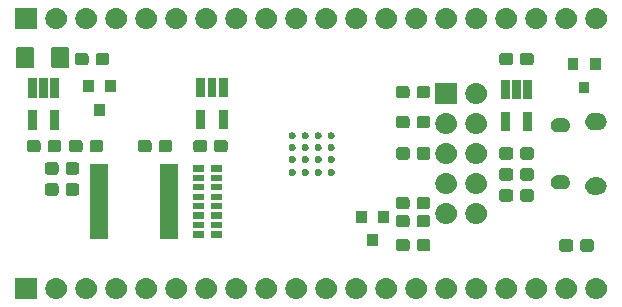
<source format=gbr>
G04 #@! TF.GenerationSoftware,KiCad,Pcbnew,(5.1.4)-1*
G04 #@! TF.CreationDate,2019-08-30T00:09:42-07:00*
G04 #@! TF.ProjectId,max_breakout,6d61785f-6272-4656-916b-6f75742e6b69,2.0*
G04 #@! TF.SameCoordinates,Original*
G04 #@! TF.FileFunction,Soldermask,Bot*
G04 #@! TF.FilePolarity,Negative*
%FSLAX46Y46*%
G04 Gerber Fmt 4.6, Leading zero omitted, Abs format (unit mm)*
G04 Created by KiCad (PCBNEW (5.1.4)-1) date 2019-08-30 00:09:42*
%MOMM*%
%LPD*%
G04 APERTURE LIST*
%ADD10C,0.100000*%
G04 APERTURE END LIST*
D10*
G36*
X162482584Y-120016233D02*
G01*
X162482587Y-120016234D01*
X162482588Y-120016234D01*
X162652389Y-120067743D01*
X162699861Y-120093117D01*
X162808881Y-120151389D01*
X162946044Y-120263956D01*
X163058611Y-120401119D01*
X163116883Y-120510139D01*
X163142257Y-120557611D01*
X163193766Y-120727412D01*
X163193767Y-120727416D01*
X163211159Y-120904000D01*
X163193767Y-121080584D01*
X163193766Y-121080587D01*
X163193766Y-121080588D01*
X163142257Y-121250389D01*
X163142256Y-121250390D01*
X163058611Y-121406881D01*
X162946044Y-121544044D01*
X162808881Y-121656611D01*
X162699861Y-121714883D01*
X162652389Y-121740257D01*
X162482588Y-121791766D01*
X162482587Y-121791766D01*
X162482584Y-121791767D01*
X162350255Y-121804800D01*
X162261745Y-121804800D01*
X162129416Y-121791767D01*
X162129413Y-121791766D01*
X162129412Y-121791766D01*
X161959611Y-121740257D01*
X161912139Y-121714883D01*
X161803119Y-121656611D01*
X161665956Y-121544044D01*
X161553389Y-121406881D01*
X161469744Y-121250390D01*
X161469743Y-121250389D01*
X161418234Y-121080588D01*
X161418234Y-121080587D01*
X161418233Y-121080584D01*
X161400841Y-120904000D01*
X161418233Y-120727416D01*
X161418234Y-120727412D01*
X161469743Y-120557611D01*
X161495117Y-120510139D01*
X161553389Y-120401119D01*
X161665956Y-120263956D01*
X161803119Y-120151389D01*
X161912139Y-120093117D01*
X161959611Y-120067743D01*
X162129412Y-120016234D01*
X162129413Y-120016234D01*
X162129416Y-120016233D01*
X162261745Y-120003200D01*
X162350255Y-120003200D01*
X162482584Y-120016233D01*
X162482584Y-120016233D01*
G37*
G36*
X137082584Y-120016233D02*
G01*
X137082587Y-120016234D01*
X137082588Y-120016234D01*
X137252389Y-120067743D01*
X137299861Y-120093117D01*
X137408881Y-120151389D01*
X137546044Y-120263956D01*
X137658611Y-120401119D01*
X137716883Y-120510139D01*
X137742257Y-120557611D01*
X137793766Y-120727412D01*
X137793767Y-120727416D01*
X137811159Y-120904000D01*
X137793767Y-121080584D01*
X137793766Y-121080587D01*
X137793766Y-121080588D01*
X137742257Y-121250389D01*
X137742256Y-121250390D01*
X137658611Y-121406881D01*
X137546044Y-121544044D01*
X137408881Y-121656611D01*
X137299861Y-121714883D01*
X137252389Y-121740257D01*
X137082588Y-121791766D01*
X137082587Y-121791766D01*
X137082584Y-121791767D01*
X136950255Y-121804800D01*
X136861745Y-121804800D01*
X136729416Y-121791767D01*
X136729413Y-121791766D01*
X136729412Y-121791766D01*
X136559611Y-121740257D01*
X136512139Y-121714883D01*
X136403119Y-121656611D01*
X136265956Y-121544044D01*
X136153389Y-121406881D01*
X136069744Y-121250390D01*
X136069743Y-121250389D01*
X136018234Y-121080588D01*
X136018234Y-121080587D01*
X136018233Y-121080584D01*
X136000841Y-120904000D01*
X136018233Y-120727416D01*
X136018234Y-120727412D01*
X136069743Y-120557611D01*
X136095117Y-120510139D01*
X136153389Y-120401119D01*
X136265956Y-120263956D01*
X136403119Y-120151389D01*
X136512139Y-120093117D01*
X136559611Y-120067743D01*
X136729412Y-120016234D01*
X136729413Y-120016234D01*
X136729416Y-120016233D01*
X136861745Y-120003200D01*
X136950255Y-120003200D01*
X137082584Y-120016233D01*
X137082584Y-120016233D01*
G37*
G36*
X157402584Y-120016233D02*
G01*
X157402587Y-120016234D01*
X157402588Y-120016234D01*
X157572389Y-120067743D01*
X157619861Y-120093117D01*
X157728881Y-120151389D01*
X157866044Y-120263956D01*
X157978611Y-120401119D01*
X158036883Y-120510139D01*
X158062257Y-120557611D01*
X158113766Y-120727412D01*
X158113767Y-120727416D01*
X158131159Y-120904000D01*
X158113767Y-121080584D01*
X158113766Y-121080587D01*
X158113766Y-121080588D01*
X158062257Y-121250389D01*
X158062256Y-121250390D01*
X157978611Y-121406881D01*
X157866044Y-121544044D01*
X157728881Y-121656611D01*
X157619861Y-121714883D01*
X157572389Y-121740257D01*
X157402588Y-121791766D01*
X157402587Y-121791766D01*
X157402584Y-121791767D01*
X157270255Y-121804800D01*
X157181745Y-121804800D01*
X157049416Y-121791767D01*
X157049413Y-121791766D01*
X157049412Y-121791766D01*
X156879611Y-121740257D01*
X156832139Y-121714883D01*
X156723119Y-121656611D01*
X156585956Y-121544044D01*
X156473389Y-121406881D01*
X156389744Y-121250390D01*
X156389743Y-121250389D01*
X156338234Y-121080588D01*
X156338234Y-121080587D01*
X156338233Y-121080584D01*
X156320841Y-120904000D01*
X156338233Y-120727416D01*
X156338234Y-120727412D01*
X156389743Y-120557611D01*
X156415117Y-120510139D01*
X156473389Y-120401119D01*
X156585956Y-120263956D01*
X156723119Y-120151389D01*
X156832139Y-120093117D01*
X156879611Y-120067743D01*
X157049412Y-120016234D01*
X157049413Y-120016234D01*
X157049416Y-120016233D01*
X157181745Y-120003200D01*
X157270255Y-120003200D01*
X157402584Y-120016233D01*
X157402584Y-120016233D01*
G37*
G36*
X154862584Y-120016233D02*
G01*
X154862587Y-120016234D01*
X154862588Y-120016234D01*
X155032389Y-120067743D01*
X155079861Y-120093117D01*
X155188881Y-120151389D01*
X155326044Y-120263956D01*
X155438611Y-120401119D01*
X155496883Y-120510139D01*
X155522257Y-120557611D01*
X155573766Y-120727412D01*
X155573767Y-120727416D01*
X155591159Y-120904000D01*
X155573767Y-121080584D01*
X155573766Y-121080587D01*
X155573766Y-121080588D01*
X155522257Y-121250389D01*
X155522256Y-121250390D01*
X155438611Y-121406881D01*
X155326044Y-121544044D01*
X155188881Y-121656611D01*
X155079861Y-121714883D01*
X155032389Y-121740257D01*
X154862588Y-121791766D01*
X154862587Y-121791766D01*
X154862584Y-121791767D01*
X154730255Y-121804800D01*
X154641745Y-121804800D01*
X154509416Y-121791767D01*
X154509413Y-121791766D01*
X154509412Y-121791766D01*
X154339611Y-121740257D01*
X154292139Y-121714883D01*
X154183119Y-121656611D01*
X154045956Y-121544044D01*
X153933389Y-121406881D01*
X153849744Y-121250390D01*
X153849743Y-121250389D01*
X153798234Y-121080588D01*
X153798234Y-121080587D01*
X153798233Y-121080584D01*
X153780841Y-120904000D01*
X153798233Y-120727416D01*
X153798234Y-120727412D01*
X153849743Y-120557611D01*
X153875117Y-120510139D01*
X153933389Y-120401119D01*
X154045956Y-120263956D01*
X154183119Y-120151389D01*
X154292139Y-120093117D01*
X154339611Y-120067743D01*
X154509412Y-120016234D01*
X154509413Y-120016234D01*
X154509416Y-120016233D01*
X154641745Y-120003200D01*
X154730255Y-120003200D01*
X154862584Y-120016233D01*
X154862584Y-120016233D01*
G37*
G36*
X152322584Y-120016233D02*
G01*
X152322587Y-120016234D01*
X152322588Y-120016234D01*
X152492389Y-120067743D01*
X152539861Y-120093117D01*
X152648881Y-120151389D01*
X152786044Y-120263956D01*
X152898611Y-120401119D01*
X152956883Y-120510139D01*
X152982257Y-120557611D01*
X153033766Y-120727412D01*
X153033767Y-120727416D01*
X153051159Y-120904000D01*
X153033767Y-121080584D01*
X153033766Y-121080587D01*
X153033766Y-121080588D01*
X152982257Y-121250389D01*
X152982256Y-121250390D01*
X152898611Y-121406881D01*
X152786044Y-121544044D01*
X152648881Y-121656611D01*
X152539861Y-121714883D01*
X152492389Y-121740257D01*
X152322588Y-121791766D01*
X152322587Y-121791766D01*
X152322584Y-121791767D01*
X152190255Y-121804800D01*
X152101745Y-121804800D01*
X151969416Y-121791767D01*
X151969413Y-121791766D01*
X151969412Y-121791766D01*
X151799611Y-121740257D01*
X151752139Y-121714883D01*
X151643119Y-121656611D01*
X151505956Y-121544044D01*
X151393389Y-121406881D01*
X151309744Y-121250390D01*
X151309743Y-121250389D01*
X151258234Y-121080588D01*
X151258234Y-121080587D01*
X151258233Y-121080584D01*
X151240841Y-120904000D01*
X151258233Y-120727416D01*
X151258234Y-120727412D01*
X151309743Y-120557611D01*
X151335117Y-120510139D01*
X151393389Y-120401119D01*
X151505956Y-120263956D01*
X151643119Y-120151389D01*
X151752139Y-120093117D01*
X151799611Y-120067743D01*
X151969412Y-120016234D01*
X151969413Y-120016234D01*
X151969416Y-120016233D01*
X152101745Y-120003200D01*
X152190255Y-120003200D01*
X152322584Y-120016233D01*
X152322584Y-120016233D01*
G37*
G36*
X149782584Y-120016233D02*
G01*
X149782587Y-120016234D01*
X149782588Y-120016234D01*
X149952389Y-120067743D01*
X149999861Y-120093117D01*
X150108881Y-120151389D01*
X150246044Y-120263956D01*
X150358611Y-120401119D01*
X150416883Y-120510139D01*
X150442257Y-120557611D01*
X150493766Y-120727412D01*
X150493767Y-120727416D01*
X150511159Y-120904000D01*
X150493767Y-121080584D01*
X150493766Y-121080587D01*
X150493766Y-121080588D01*
X150442257Y-121250389D01*
X150442256Y-121250390D01*
X150358611Y-121406881D01*
X150246044Y-121544044D01*
X150108881Y-121656611D01*
X149999861Y-121714883D01*
X149952389Y-121740257D01*
X149782588Y-121791766D01*
X149782587Y-121791766D01*
X149782584Y-121791767D01*
X149650255Y-121804800D01*
X149561745Y-121804800D01*
X149429416Y-121791767D01*
X149429413Y-121791766D01*
X149429412Y-121791766D01*
X149259611Y-121740257D01*
X149212139Y-121714883D01*
X149103119Y-121656611D01*
X148965956Y-121544044D01*
X148853389Y-121406881D01*
X148769744Y-121250390D01*
X148769743Y-121250389D01*
X148718234Y-121080588D01*
X148718234Y-121080587D01*
X148718233Y-121080584D01*
X148700841Y-120904000D01*
X148718233Y-120727416D01*
X148718234Y-120727412D01*
X148769743Y-120557611D01*
X148795117Y-120510139D01*
X148853389Y-120401119D01*
X148965956Y-120263956D01*
X149103119Y-120151389D01*
X149212139Y-120093117D01*
X149259611Y-120067743D01*
X149429412Y-120016234D01*
X149429413Y-120016234D01*
X149429416Y-120016233D01*
X149561745Y-120003200D01*
X149650255Y-120003200D01*
X149782584Y-120016233D01*
X149782584Y-120016233D01*
G37*
G36*
X147242584Y-120016233D02*
G01*
X147242587Y-120016234D01*
X147242588Y-120016234D01*
X147412389Y-120067743D01*
X147459861Y-120093117D01*
X147568881Y-120151389D01*
X147706044Y-120263956D01*
X147818611Y-120401119D01*
X147876883Y-120510139D01*
X147902257Y-120557611D01*
X147953766Y-120727412D01*
X147953767Y-120727416D01*
X147971159Y-120904000D01*
X147953767Y-121080584D01*
X147953766Y-121080587D01*
X147953766Y-121080588D01*
X147902257Y-121250389D01*
X147902256Y-121250390D01*
X147818611Y-121406881D01*
X147706044Y-121544044D01*
X147568881Y-121656611D01*
X147459861Y-121714883D01*
X147412389Y-121740257D01*
X147242588Y-121791766D01*
X147242587Y-121791766D01*
X147242584Y-121791767D01*
X147110255Y-121804800D01*
X147021745Y-121804800D01*
X146889416Y-121791767D01*
X146889413Y-121791766D01*
X146889412Y-121791766D01*
X146719611Y-121740257D01*
X146672139Y-121714883D01*
X146563119Y-121656611D01*
X146425956Y-121544044D01*
X146313389Y-121406881D01*
X146229744Y-121250390D01*
X146229743Y-121250389D01*
X146178234Y-121080588D01*
X146178234Y-121080587D01*
X146178233Y-121080584D01*
X146160841Y-120904000D01*
X146178233Y-120727416D01*
X146178234Y-120727412D01*
X146229743Y-120557611D01*
X146255117Y-120510139D01*
X146313389Y-120401119D01*
X146425956Y-120263956D01*
X146563119Y-120151389D01*
X146672139Y-120093117D01*
X146719611Y-120067743D01*
X146889412Y-120016234D01*
X146889413Y-120016234D01*
X146889416Y-120016233D01*
X147021745Y-120003200D01*
X147110255Y-120003200D01*
X147242584Y-120016233D01*
X147242584Y-120016233D01*
G37*
G36*
X144702584Y-120016233D02*
G01*
X144702587Y-120016234D01*
X144702588Y-120016234D01*
X144872389Y-120067743D01*
X144919861Y-120093117D01*
X145028881Y-120151389D01*
X145166044Y-120263956D01*
X145278611Y-120401119D01*
X145336883Y-120510139D01*
X145362257Y-120557611D01*
X145413766Y-120727412D01*
X145413767Y-120727416D01*
X145431159Y-120904000D01*
X145413767Y-121080584D01*
X145413766Y-121080587D01*
X145413766Y-121080588D01*
X145362257Y-121250389D01*
X145362256Y-121250390D01*
X145278611Y-121406881D01*
X145166044Y-121544044D01*
X145028881Y-121656611D01*
X144919861Y-121714883D01*
X144872389Y-121740257D01*
X144702588Y-121791766D01*
X144702587Y-121791766D01*
X144702584Y-121791767D01*
X144570255Y-121804800D01*
X144481745Y-121804800D01*
X144349416Y-121791767D01*
X144349413Y-121791766D01*
X144349412Y-121791766D01*
X144179611Y-121740257D01*
X144132139Y-121714883D01*
X144023119Y-121656611D01*
X143885956Y-121544044D01*
X143773389Y-121406881D01*
X143689744Y-121250390D01*
X143689743Y-121250389D01*
X143638234Y-121080588D01*
X143638234Y-121080587D01*
X143638233Y-121080584D01*
X143620841Y-120904000D01*
X143638233Y-120727416D01*
X143638234Y-120727412D01*
X143689743Y-120557611D01*
X143715117Y-120510139D01*
X143773389Y-120401119D01*
X143885956Y-120263956D01*
X144023119Y-120151389D01*
X144132139Y-120093117D01*
X144179611Y-120067743D01*
X144349412Y-120016234D01*
X144349413Y-120016234D01*
X144349416Y-120016233D01*
X144481745Y-120003200D01*
X144570255Y-120003200D01*
X144702584Y-120016233D01*
X144702584Y-120016233D01*
G37*
G36*
X142162584Y-120016233D02*
G01*
X142162587Y-120016234D01*
X142162588Y-120016234D01*
X142332389Y-120067743D01*
X142379861Y-120093117D01*
X142488881Y-120151389D01*
X142626044Y-120263956D01*
X142738611Y-120401119D01*
X142796883Y-120510139D01*
X142822257Y-120557611D01*
X142873766Y-120727412D01*
X142873767Y-120727416D01*
X142891159Y-120904000D01*
X142873767Y-121080584D01*
X142873766Y-121080587D01*
X142873766Y-121080588D01*
X142822257Y-121250389D01*
X142822256Y-121250390D01*
X142738611Y-121406881D01*
X142626044Y-121544044D01*
X142488881Y-121656611D01*
X142379861Y-121714883D01*
X142332389Y-121740257D01*
X142162588Y-121791766D01*
X142162587Y-121791766D01*
X142162584Y-121791767D01*
X142030255Y-121804800D01*
X141941745Y-121804800D01*
X141809416Y-121791767D01*
X141809413Y-121791766D01*
X141809412Y-121791766D01*
X141639611Y-121740257D01*
X141592139Y-121714883D01*
X141483119Y-121656611D01*
X141345956Y-121544044D01*
X141233389Y-121406881D01*
X141149744Y-121250390D01*
X141149743Y-121250389D01*
X141098234Y-121080588D01*
X141098234Y-121080587D01*
X141098233Y-121080584D01*
X141080841Y-120904000D01*
X141098233Y-120727416D01*
X141098234Y-120727412D01*
X141149743Y-120557611D01*
X141175117Y-120510139D01*
X141233389Y-120401119D01*
X141345956Y-120263956D01*
X141483119Y-120151389D01*
X141592139Y-120093117D01*
X141639611Y-120067743D01*
X141809412Y-120016234D01*
X141809413Y-120016234D01*
X141809416Y-120016233D01*
X141941745Y-120003200D01*
X142030255Y-120003200D01*
X142162584Y-120016233D01*
X142162584Y-120016233D01*
G37*
G36*
X139622584Y-120016233D02*
G01*
X139622587Y-120016234D01*
X139622588Y-120016234D01*
X139792389Y-120067743D01*
X139839861Y-120093117D01*
X139948881Y-120151389D01*
X140086044Y-120263956D01*
X140198611Y-120401119D01*
X140256883Y-120510139D01*
X140282257Y-120557611D01*
X140333766Y-120727412D01*
X140333767Y-120727416D01*
X140351159Y-120904000D01*
X140333767Y-121080584D01*
X140333766Y-121080587D01*
X140333766Y-121080588D01*
X140282257Y-121250389D01*
X140282256Y-121250390D01*
X140198611Y-121406881D01*
X140086044Y-121544044D01*
X139948881Y-121656611D01*
X139839861Y-121714883D01*
X139792389Y-121740257D01*
X139622588Y-121791766D01*
X139622587Y-121791766D01*
X139622584Y-121791767D01*
X139490255Y-121804800D01*
X139401745Y-121804800D01*
X139269416Y-121791767D01*
X139269413Y-121791766D01*
X139269412Y-121791766D01*
X139099611Y-121740257D01*
X139052139Y-121714883D01*
X138943119Y-121656611D01*
X138805956Y-121544044D01*
X138693389Y-121406881D01*
X138609744Y-121250390D01*
X138609743Y-121250389D01*
X138558234Y-121080588D01*
X138558234Y-121080587D01*
X138558233Y-121080584D01*
X138540841Y-120904000D01*
X138558233Y-120727416D01*
X138558234Y-120727412D01*
X138609743Y-120557611D01*
X138635117Y-120510139D01*
X138693389Y-120401119D01*
X138805956Y-120263956D01*
X138943119Y-120151389D01*
X139052139Y-120093117D01*
X139099611Y-120067743D01*
X139269412Y-120016234D01*
X139269413Y-120016234D01*
X139269416Y-120016233D01*
X139401745Y-120003200D01*
X139490255Y-120003200D01*
X139622584Y-120016233D01*
X139622584Y-120016233D01*
G37*
G36*
X159942584Y-120016233D02*
G01*
X159942587Y-120016234D01*
X159942588Y-120016234D01*
X160112389Y-120067743D01*
X160159861Y-120093117D01*
X160268881Y-120151389D01*
X160406044Y-120263956D01*
X160518611Y-120401119D01*
X160576883Y-120510139D01*
X160602257Y-120557611D01*
X160653766Y-120727412D01*
X160653767Y-120727416D01*
X160671159Y-120904000D01*
X160653767Y-121080584D01*
X160653766Y-121080587D01*
X160653766Y-121080588D01*
X160602257Y-121250389D01*
X160602256Y-121250390D01*
X160518611Y-121406881D01*
X160406044Y-121544044D01*
X160268881Y-121656611D01*
X160159861Y-121714883D01*
X160112389Y-121740257D01*
X159942588Y-121791766D01*
X159942587Y-121791766D01*
X159942584Y-121791767D01*
X159810255Y-121804800D01*
X159721745Y-121804800D01*
X159589416Y-121791767D01*
X159589413Y-121791766D01*
X159589412Y-121791766D01*
X159419611Y-121740257D01*
X159372139Y-121714883D01*
X159263119Y-121656611D01*
X159125956Y-121544044D01*
X159013389Y-121406881D01*
X158929744Y-121250390D01*
X158929743Y-121250389D01*
X158878234Y-121080588D01*
X158878234Y-121080587D01*
X158878233Y-121080584D01*
X158860841Y-120904000D01*
X158878233Y-120727416D01*
X158878234Y-120727412D01*
X158929743Y-120557611D01*
X158955117Y-120510139D01*
X159013389Y-120401119D01*
X159125956Y-120263956D01*
X159263119Y-120151389D01*
X159372139Y-120093117D01*
X159419611Y-120067743D01*
X159589412Y-120016234D01*
X159589413Y-120016234D01*
X159589416Y-120016233D01*
X159721745Y-120003200D01*
X159810255Y-120003200D01*
X159942584Y-120016233D01*
X159942584Y-120016233D01*
G37*
G36*
X132002584Y-120016233D02*
G01*
X132002587Y-120016234D01*
X132002588Y-120016234D01*
X132172389Y-120067743D01*
X132219861Y-120093117D01*
X132328881Y-120151389D01*
X132466044Y-120263956D01*
X132578611Y-120401119D01*
X132636883Y-120510139D01*
X132662257Y-120557611D01*
X132713766Y-120727412D01*
X132713767Y-120727416D01*
X132731159Y-120904000D01*
X132713767Y-121080584D01*
X132713766Y-121080587D01*
X132713766Y-121080588D01*
X132662257Y-121250389D01*
X132662256Y-121250390D01*
X132578611Y-121406881D01*
X132466044Y-121544044D01*
X132328881Y-121656611D01*
X132219861Y-121714883D01*
X132172389Y-121740257D01*
X132002588Y-121791766D01*
X132002587Y-121791766D01*
X132002584Y-121791767D01*
X131870255Y-121804800D01*
X131781745Y-121804800D01*
X131649416Y-121791767D01*
X131649413Y-121791766D01*
X131649412Y-121791766D01*
X131479611Y-121740257D01*
X131432139Y-121714883D01*
X131323119Y-121656611D01*
X131185956Y-121544044D01*
X131073389Y-121406881D01*
X130989744Y-121250390D01*
X130989743Y-121250389D01*
X130938234Y-121080588D01*
X130938234Y-121080587D01*
X130938233Y-121080584D01*
X130920841Y-120904000D01*
X130938233Y-120727416D01*
X130938234Y-120727412D01*
X130989743Y-120557611D01*
X131015117Y-120510139D01*
X131073389Y-120401119D01*
X131185956Y-120263956D01*
X131323119Y-120151389D01*
X131432139Y-120093117D01*
X131479611Y-120067743D01*
X131649412Y-120016234D01*
X131649413Y-120016234D01*
X131649416Y-120016233D01*
X131781745Y-120003200D01*
X131870255Y-120003200D01*
X132002584Y-120016233D01*
X132002584Y-120016233D01*
G37*
G36*
X134542584Y-120016233D02*
G01*
X134542587Y-120016234D01*
X134542588Y-120016234D01*
X134712389Y-120067743D01*
X134759861Y-120093117D01*
X134868881Y-120151389D01*
X135006044Y-120263956D01*
X135118611Y-120401119D01*
X135176883Y-120510139D01*
X135202257Y-120557611D01*
X135253766Y-120727412D01*
X135253767Y-120727416D01*
X135271159Y-120904000D01*
X135253767Y-121080584D01*
X135253766Y-121080587D01*
X135253766Y-121080588D01*
X135202257Y-121250389D01*
X135202256Y-121250390D01*
X135118611Y-121406881D01*
X135006044Y-121544044D01*
X134868881Y-121656611D01*
X134759861Y-121714883D01*
X134712389Y-121740257D01*
X134542588Y-121791766D01*
X134542587Y-121791766D01*
X134542584Y-121791767D01*
X134410255Y-121804800D01*
X134321745Y-121804800D01*
X134189416Y-121791767D01*
X134189413Y-121791766D01*
X134189412Y-121791766D01*
X134019611Y-121740257D01*
X133972139Y-121714883D01*
X133863119Y-121656611D01*
X133725956Y-121544044D01*
X133613389Y-121406881D01*
X133529744Y-121250390D01*
X133529743Y-121250389D01*
X133478234Y-121080588D01*
X133478234Y-121080587D01*
X133478233Y-121080584D01*
X133460841Y-120904000D01*
X133478233Y-120727416D01*
X133478234Y-120727412D01*
X133529743Y-120557611D01*
X133555117Y-120510139D01*
X133613389Y-120401119D01*
X133725956Y-120263956D01*
X133863119Y-120151389D01*
X133972139Y-120093117D01*
X134019611Y-120067743D01*
X134189412Y-120016234D01*
X134189413Y-120016234D01*
X134189416Y-120016233D01*
X134321745Y-120003200D01*
X134410255Y-120003200D01*
X134542584Y-120016233D01*
X134542584Y-120016233D01*
G37*
G36*
X114946800Y-121804800D02*
G01*
X113145200Y-121804800D01*
X113145200Y-120003200D01*
X114946800Y-120003200D01*
X114946800Y-121804800D01*
X114946800Y-121804800D01*
G37*
G36*
X116762584Y-120016233D02*
G01*
X116762587Y-120016234D01*
X116762588Y-120016234D01*
X116932389Y-120067743D01*
X116979861Y-120093117D01*
X117088881Y-120151389D01*
X117226044Y-120263956D01*
X117338611Y-120401119D01*
X117396883Y-120510139D01*
X117422257Y-120557611D01*
X117473766Y-120727412D01*
X117473767Y-120727416D01*
X117491159Y-120904000D01*
X117473767Y-121080584D01*
X117473766Y-121080587D01*
X117473766Y-121080588D01*
X117422257Y-121250389D01*
X117422256Y-121250390D01*
X117338611Y-121406881D01*
X117226044Y-121544044D01*
X117088881Y-121656611D01*
X116979861Y-121714883D01*
X116932389Y-121740257D01*
X116762588Y-121791766D01*
X116762587Y-121791766D01*
X116762584Y-121791767D01*
X116630255Y-121804800D01*
X116541745Y-121804800D01*
X116409416Y-121791767D01*
X116409413Y-121791766D01*
X116409412Y-121791766D01*
X116239611Y-121740257D01*
X116192139Y-121714883D01*
X116083119Y-121656611D01*
X115945956Y-121544044D01*
X115833389Y-121406881D01*
X115749744Y-121250390D01*
X115749743Y-121250389D01*
X115698234Y-121080588D01*
X115698234Y-121080587D01*
X115698233Y-121080584D01*
X115680841Y-120904000D01*
X115698233Y-120727416D01*
X115698234Y-120727412D01*
X115749743Y-120557611D01*
X115775117Y-120510139D01*
X115833389Y-120401119D01*
X115945956Y-120263956D01*
X116083119Y-120151389D01*
X116192139Y-120093117D01*
X116239611Y-120067743D01*
X116409412Y-120016234D01*
X116409413Y-120016234D01*
X116409416Y-120016233D01*
X116541745Y-120003200D01*
X116630255Y-120003200D01*
X116762584Y-120016233D01*
X116762584Y-120016233D01*
G37*
G36*
X119302584Y-120016233D02*
G01*
X119302587Y-120016234D01*
X119302588Y-120016234D01*
X119472389Y-120067743D01*
X119519861Y-120093117D01*
X119628881Y-120151389D01*
X119766044Y-120263956D01*
X119878611Y-120401119D01*
X119936883Y-120510139D01*
X119962257Y-120557611D01*
X120013766Y-120727412D01*
X120013767Y-120727416D01*
X120031159Y-120904000D01*
X120013767Y-121080584D01*
X120013766Y-121080587D01*
X120013766Y-121080588D01*
X119962257Y-121250389D01*
X119962256Y-121250390D01*
X119878611Y-121406881D01*
X119766044Y-121544044D01*
X119628881Y-121656611D01*
X119519861Y-121714883D01*
X119472389Y-121740257D01*
X119302588Y-121791766D01*
X119302587Y-121791766D01*
X119302584Y-121791767D01*
X119170255Y-121804800D01*
X119081745Y-121804800D01*
X118949416Y-121791767D01*
X118949413Y-121791766D01*
X118949412Y-121791766D01*
X118779611Y-121740257D01*
X118732139Y-121714883D01*
X118623119Y-121656611D01*
X118485956Y-121544044D01*
X118373389Y-121406881D01*
X118289744Y-121250390D01*
X118289743Y-121250389D01*
X118238234Y-121080588D01*
X118238234Y-121080587D01*
X118238233Y-121080584D01*
X118220841Y-120904000D01*
X118238233Y-120727416D01*
X118238234Y-120727412D01*
X118289743Y-120557611D01*
X118315117Y-120510139D01*
X118373389Y-120401119D01*
X118485956Y-120263956D01*
X118623119Y-120151389D01*
X118732139Y-120093117D01*
X118779611Y-120067743D01*
X118949412Y-120016234D01*
X118949413Y-120016234D01*
X118949416Y-120016233D01*
X119081745Y-120003200D01*
X119170255Y-120003200D01*
X119302584Y-120016233D01*
X119302584Y-120016233D01*
G37*
G36*
X124382584Y-120016233D02*
G01*
X124382587Y-120016234D01*
X124382588Y-120016234D01*
X124552389Y-120067743D01*
X124599861Y-120093117D01*
X124708881Y-120151389D01*
X124846044Y-120263956D01*
X124958611Y-120401119D01*
X125016883Y-120510139D01*
X125042257Y-120557611D01*
X125093766Y-120727412D01*
X125093767Y-120727416D01*
X125111159Y-120904000D01*
X125093767Y-121080584D01*
X125093766Y-121080587D01*
X125093766Y-121080588D01*
X125042257Y-121250389D01*
X125042256Y-121250390D01*
X124958611Y-121406881D01*
X124846044Y-121544044D01*
X124708881Y-121656611D01*
X124599861Y-121714883D01*
X124552389Y-121740257D01*
X124382588Y-121791766D01*
X124382587Y-121791766D01*
X124382584Y-121791767D01*
X124250255Y-121804800D01*
X124161745Y-121804800D01*
X124029416Y-121791767D01*
X124029413Y-121791766D01*
X124029412Y-121791766D01*
X123859611Y-121740257D01*
X123812139Y-121714883D01*
X123703119Y-121656611D01*
X123565956Y-121544044D01*
X123453389Y-121406881D01*
X123369744Y-121250390D01*
X123369743Y-121250389D01*
X123318234Y-121080588D01*
X123318234Y-121080587D01*
X123318233Y-121080584D01*
X123300841Y-120904000D01*
X123318233Y-120727416D01*
X123318234Y-120727412D01*
X123369743Y-120557611D01*
X123395117Y-120510139D01*
X123453389Y-120401119D01*
X123565956Y-120263956D01*
X123703119Y-120151389D01*
X123812139Y-120093117D01*
X123859611Y-120067743D01*
X124029412Y-120016234D01*
X124029413Y-120016234D01*
X124029416Y-120016233D01*
X124161745Y-120003200D01*
X124250255Y-120003200D01*
X124382584Y-120016233D01*
X124382584Y-120016233D01*
G37*
G36*
X126922584Y-120016233D02*
G01*
X126922587Y-120016234D01*
X126922588Y-120016234D01*
X127092389Y-120067743D01*
X127139861Y-120093117D01*
X127248881Y-120151389D01*
X127386044Y-120263956D01*
X127498611Y-120401119D01*
X127556883Y-120510139D01*
X127582257Y-120557611D01*
X127633766Y-120727412D01*
X127633767Y-120727416D01*
X127651159Y-120904000D01*
X127633767Y-121080584D01*
X127633766Y-121080587D01*
X127633766Y-121080588D01*
X127582257Y-121250389D01*
X127582256Y-121250390D01*
X127498611Y-121406881D01*
X127386044Y-121544044D01*
X127248881Y-121656611D01*
X127139861Y-121714883D01*
X127092389Y-121740257D01*
X126922588Y-121791766D01*
X126922587Y-121791766D01*
X126922584Y-121791767D01*
X126790255Y-121804800D01*
X126701745Y-121804800D01*
X126569416Y-121791767D01*
X126569413Y-121791766D01*
X126569412Y-121791766D01*
X126399611Y-121740257D01*
X126352139Y-121714883D01*
X126243119Y-121656611D01*
X126105956Y-121544044D01*
X125993389Y-121406881D01*
X125909744Y-121250390D01*
X125909743Y-121250389D01*
X125858234Y-121080588D01*
X125858234Y-121080587D01*
X125858233Y-121080584D01*
X125840841Y-120904000D01*
X125858233Y-120727416D01*
X125858234Y-120727412D01*
X125909743Y-120557611D01*
X125935117Y-120510139D01*
X125993389Y-120401119D01*
X126105956Y-120263956D01*
X126243119Y-120151389D01*
X126352139Y-120093117D01*
X126399611Y-120067743D01*
X126569412Y-120016234D01*
X126569413Y-120016234D01*
X126569416Y-120016233D01*
X126701745Y-120003200D01*
X126790255Y-120003200D01*
X126922584Y-120016233D01*
X126922584Y-120016233D01*
G37*
G36*
X129462584Y-120016233D02*
G01*
X129462587Y-120016234D01*
X129462588Y-120016234D01*
X129632389Y-120067743D01*
X129679861Y-120093117D01*
X129788881Y-120151389D01*
X129926044Y-120263956D01*
X130038611Y-120401119D01*
X130096883Y-120510139D01*
X130122257Y-120557611D01*
X130173766Y-120727412D01*
X130173767Y-120727416D01*
X130191159Y-120904000D01*
X130173767Y-121080584D01*
X130173766Y-121080587D01*
X130173766Y-121080588D01*
X130122257Y-121250389D01*
X130122256Y-121250390D01*
X130038611Y-121406881D01*
X129926044Y-121544044D01*
X129788881Y-121656611D01*
X129679861Y-121714883D01*
X129632389Y-121740257D01*
X129462588Y-121791766D01*
X129462587Y-121791766D01*
X129462584Y-121791767D01*
X129330255Y-121804800D01*
X129241745Y-121804800D01*
X129109416Y-121791767D01*
X129109413Y-121791766D01*
X129109412Y-121791766D01*
X128939611Y-121740257D01*
X128892139Y-121714883D01*
X128783119Y-121656611D01*
X128645956Y-121544044D01*
X128533389Y-121406881D01*
X128449744Y-121250390D01*
X128449743Y-121250389D01*
X128398234Y-121080588D01*
X128398234Y-121080587D01*
X128398233Y-121080584D01*
X128380841Y-120904000D01*
X128398233Y-120727416D01*
X128398234Y-120727412D01*
X128449743Y-120557611D01*
X128475117Y-120510139D01*
X128533389Y-120401119D01*
X128645956Y-120263956D01*
X128783119Y-120151389D01*
X128892139Y-120093117D01*
X128939611Y-120067743D01*
X129109412Y-120016234D01*
X129109413Y-120016234D01*
X129109416Y-120016233D01*
X129241745Y-120003200D01*
X129330255Y-120003200D01*
X129462584Y-120016233D01*
X129462584Y-120016233D01*
G37*
G36*
X121842584Y-120016233D02*
G01*
X121842587Y-120016234D01*
X121842588Y-120016234D01*
X122012389Y-120067743D01*
X122059861Y-120093117D01*
X122168881Y-120151389D01*
X122306044Y-120263956D01*
X122418611Y-120401119D01*
X122476883Y-120510139D01*
X122502257Y-120557611D01*
X122553766Y-120727412D01*
X122553767Y-120727416D01*
X122571159Y-120904000D01*
X122553767Y-121080584D01*
X122553766Y-121080587D01*
X122553766Y-121080588D01*
X122502257Y-121250389D01*
X122502256Y-121250390D01*
X122418611Y-121406881D01*
X122306044Y-121544044D01*
X122168881Y-121656611D01*
X122059861Y-121714883D01*
X122012389Y-121740257D01*
X121842588Y-121791766D01*
X121842587Y-121791766D01*
X121842584Y-121791767D01*
X121710255Y-121804800D01*
X121621745Y-121804800D01*
X121489416Y-121791767D01*
X121489413Y-121791766D01*
X121489412Y-121791766D01*
X121319611Y-121740257D01*
X121272139Y-121714883D01*
X121163119Y-121656611D01*
X121025956Y-121544044D01*
X120913389Y-121406881D01*
X120829744Y-121250390D01*
X120829743Y-121250389D01*
X120778234Y-121080588D01*
X120778234Y-121080587D01*
X120778233Y-121080584D01*
X120760841Y-120904000D01*
X120778233Y-120727416D01*
X120778234Y-120727412D01*
X120829743Y-120557611D01*
X120855117Y-120510139D01*
X120913389Y-120401119D01*
X121025956Y-120263956D01*
X121163119Y-120151389D01*
X121272139Y-120093117D01*
X121319611Y-120067743D01*
X121489412Y-120016234D01*
X121489413Y-120016234D01*
X121489416Y-120016233D01*
X121621745Y-120003200D01*
X121710255Y-120003200D01*
X121842584Y-120016233D01*
X121842584Y-120016233D01*
G37*
G36*
X160164584Y-116740004D02*
G01*
X160209091Y-116753505D01*
X160250112Y-116775431D01*
X160286064Y-116804936D01*
X160315569Y-116840888D01*
X160337495Y-116881909D01*
X160350996Y-116926416D01*
X160355800Y-116975193D01*
X160355800Y-117546807D01*
X160350996Y-117595584D01*
X160337495Y-117640091D01*
X160315569Y-117681112D01*
X160286064Y-117717064D01*
X160250112Y-117746569D01*
X160209091Y-117768495D01*
X160164584Y-117781996D01*
X160115807Y-117786800D01*
X159444193Y-117786800D01*
X159395416Y-117781996D01*
X159350909Y-117768495D01*
X159309888Y-117746569D01*
X159273936Y-117717064D01*
X159244431Y-117681112D01*
X159222505Y-117640091D01*
X159209004Y-117595584D01*
X159204200Y-117546807D01*
X159204200Y-116975193D01*
X159209004Y-116926416D01*
X159222505Y-116881909D01*
X159244431Y-116840888D01*
X159273936Y-116804936D01*
X159309888Y-116775431D01*
X159350909Y-116753505D01*
X159395416Y-116740004D01*
X159444193Y-116735200D01*
X160115807Y-116735200D01*
X160164584Y-116740004D01*
X160164584Y-116740004D01*
G37*
G36*
X161914584Y-116740004D02*
G01*
X161959091Y-116753505D01*
X162000112Y-116775431D01*
X162036064Y-116804936D01*
X162065569Y-116840888D01*
X162087495Y-116881909D01*
X162100996Y-116926416D01*
X162105800Y-116975193D01*
X162105800Y-117546807D01*
X162100996Y-117595584D01*
X162087495Y-117640091D01*
X162065569Y-117681112D01*
X162036064Y-117717064D01*
X162000112Y-117746569D01*
X161959091Y-117768495D01*
X161914584Y-117781996D01*
X161865807Y-117786800D01*
X161194193Y-117786800D01*
X161145416Y-117781996D01*
X161100909Y-117768495D01*
X161059888Y-117746569D01*
X161023936Y-117717064D01*
X160994431Y-117681112D01*
X160972505Y-117640091D01*
X160959004Y-117595584D01*
X160954200Y-117546807D01*
X160954200Y-116975193D01*
X160959004Y-116926416D01*
X160972505Y-116881909D01*
X160994431Y-116840888D01*
X161023936Y-116804936D01*
X161059888Y-116775431D01*
X161100909Y-116753505D01*
X161145416Y-116740004D01*
X161194193Y-116735200D01*
X161865807Y-116735200D01*
X161914584Y-116740004D01*
X161914584Y-116740004D01*
G37*
G36*
X146335584Y-116700004D02*
G01*
X146380091Y-116713505D01*
X146421112Y-116735431D01*
X146457064Y-116764936D01*
X146486569Y-116800888D01*
X146508495Y-116841909D01*
X146521996Y-116886416D01*
X146526800Y-116935193D01*
X146526800Y-117506807D01*
X146521996Y-117555584D01*
X146508495Y-117600091D01*
X146486569Y-117641112D01*
X146457064Y-117677064D01*
X146421112Y-117706569D01*
X146380091Y-117728495D01*
X146335584Y-117741996D01*
X146286807Y-117746800D01*
X145615193Y-117746800D01*
X145566416Y-117741996D01*
X145521909Y-117728495D01*
X145480888Y-117706569D01*
X145444936Y-117677064D01*
X145415431Y-117641112D01*
X145393505Y-117600091D01*
X145380004Y-117555584D01*
X145375200Y-117506807D01*
X145375200Y-116935193D01*
X145380004Y-116886416D01*
X145393505Y-116841909D01*
X145415431Y-116800888D01*
X145444936Y-116764936D01*
X145480888Y-116735431D01*
X145521909Y-116713505D01*
X145566416Y-116700004D01*
X145615193Y-116695200D01*
X146286807Y-116695200D01*
X146335584Y-116700004D01*
X146335584Y-116700004D01*
G37*
G36*
X148085584Y-116700004D02*
G01*
X148130091Y-116713505D01*
X148171112Y-116735431D01*
X148207064Y-116764936D01*
X148236569Y-116800888D01*
X148258495Y-116841909D01*
X148271996Y-116886416D01*
X148276800Y-116935193D01*
X148276800Y-117506807D01*
X148271996Y-117555584D01*
X148258495Y-117600091D01*
X148236569Y-117641112D01*
X148207064Y-117677064D01*
X148171112Y-117706569D01*
X148130091Y-117728495D01*
X148085584Y-117741996D01*
X148036807Y-117746800D01*
X147365193Y-117746800D01*
X147316416Y-117741996D01*
X147271909Y-117728495D01*
X147230888Y-117706569D01*
X147194936Y-117677064D01*
X147165431Y-117641112D01*
X147143505Y-117600091D01*
X147130004Y-117555584D01*
X147125200Y-117506807D01*
X147125200Y-116935193D01*
X147130004Y-116886416D01*
X147143505Y-116841909D01*
X147165431Y-116800888D01*
X147194936Y-116764936D01*
X147230888Y-116735431D01*
X147271909Y-116713505D01*
X147316416Y-116700004D01*
X147365193Y-116695200D01*
X148036807Y-116695200D01*
X148085584Y-116700004D01*
X148085584Y-116700004D01*
G37*
G36*
X143833800Y-117324800D02*
G01*
X142932200Y-117324800D01*
X142932200Y-116323200D01*
X143833800Y-116323200D01*
X143833800Y-117324800D01*
X143833800Y-117324800D01*
G37*
G36*
X121015800Y-116738800D02*
G01*
X119464200Y-116738800D01*
X119464200Y-110337200D01*
X121015800Y-110337200D01*
X121015800Y-116738800D01*
X121015800Y-116738800D01*
G37*
G36*
X126915800Y-116738800D02*
G01*
X125364200Y-116738800D01*
X125364200Y-110337200D01*
X126915800Y-110337200D01*
X126915800Y-116738800D01*
X126915800Y-116738800D01*
G37*
G36*
X129083800Y-116603800D02*
G01*
X128222200Y-116603800D01*
X128222200Y-116072200D01*
X129083800Y-116072200D01*
X129083800Y-116603800D01*
X129083800Y-116603800D01*
G37*
G36*
X130603800Y-116603800D02*
G01*
X129742200Y-116603800D01*
X129742200Y-116072200D01*
X130603800Y-116072200D01*
X130603800Y-116603800D01*
X130603800Y-116603800D01*
G37*
G36*
X129083800Y-115803800D02*
G01*
X128222200Y-115803800D01*
X128222200Y-115272200D01*
X129083800Y-115272200D01*
X129083800Y-115803800D01*
X129083800Y-115803800D01*
G37*
G36*
X130603800Y-115803800D02*
G01*
X129742200Y-115803800D01*
X129742200Y-115272200D01*
X130603800Y-115272200D01*
X130603800Y-115803800D01*
X130603800Y-115803800D01*
G37*
G36*
X148071584Y-114668004D02*
G01*
X148116091Y-114681505D01*
X148157112Y-114703431D01*
X148193064Y-114732936D01*
X148222569Y-114768888D01*
X148244495Y-114809909D01*
X148257996Y-114854416D01*
X148262800Y-114903193D01*
X148262800Y-115474807D01*
X148257996Y-115523584D01*
X148244495Y-115568091D01*
X148222569Y-115609112D01*
X148193064Y-115645064D01*
X148157112Y-115674569D01*
X148116091Y-115696495D01*
X148071584Y-115709996D01*
X148022807Y-115714800D01*
X147351193Y-115714800D01*
X147302416Y-115709996D01*
X147257909Y-115696495D01*
X147216888Y-115674569D01*
X147180936Y-115645064D01*
X147151431Y-115609112D01*
X147129505Y-115568091D01*
X147116004Y-115523584D01*
X147111200Y-115474807D01*
X147111200Y-114903193D01*
X147116004Y-114854416D01*
X147129505Y-114809909D01*
X147151431Y-114768888D01*
X147180936Y-114732936D01*
X147216888Y-114703431D01*
X147257909Y-114681505D01*
X147302416Y-114668004D01*
X147351193Y-114663200D01*
X148022807Y-114663200D01*
X148071584Y-114668004D01*
X148071584Y-114668004D01*
G37*
G36*
X146321584Y-114668004D02*
G01*
X146366091Y-114681505D01*
X146407112Y-114703431D01*
X146443064Y-114732936D01*
X146472569Y-114768888D01*
X146494495Y-114809909D01*
X146507996Y-114854416D01*
X146512800Y-114903193D01*
X146512800Y-115474807D01*
X146507996Y-115523584D01*
X146494495Y-115568091D01*
X146472569Y-115609112D01*
X146443064Y-115645064D01*
X146407112Y-115674569D01*
X146366091Y-115696495D01*
X146321584Y-115709996D01*
X146272807Y-115714800D01*
X145601193Y-115714800D01*
X145552416Y-115709996D01*
X145507909Y-115696495D01*
X145466888Y-115674569D01*
X145430936Y-115645064D01*
X145401431Y-115609112D01*
X145379505Y-115568091D01*
X145366004Y-115523584D01*
X145361200Y-115474807D01*
X145361200Y-114903193D01*
X145366004Y-114854416D01*
X145379505Y-114809909D01*
X145401431Y-114768888D01*
X145430936Y-114732936D01*
X145466888Y-114703431D01*
X145507909Y-114681505D01*
X145552416Y-114668004D01*
X145601193Y-114663200D01*
X146272807Y-114663200D01*
X146321584Y-114668004D01*
X146321584Y-114668004D01*
G37*
G36*
X152322584Y-113666233D02*
G01*
X152322587Y-113666234D01*
X152322588Y-113666234D01*
X152492389Y-113717743D01*
X152539861Y-113743117D01*
X152648881Y-113801389D01*
X152786044Y-113913956D01*
X152898611Y-114051119D01*
X152945477Y-114138800D01*
X152982257Y-114207611D01*
X153033766Y-114377412D01*
X153033767Y-114377416D01*
X153051159Y-114554000D01*
X153033767Y-114730584D01*
X153033766Y-114730587D01*
X153033766Y-114730588D01*
X152982257Y-114900389D01*
X152982256Y-114900390D01*
X152898611Y-115056881D01*
X152786044Y-115194044D01*
X152648881Y-115306611D01*
X152539861Y-115364883D01*
X152492389Y-115390257D01*
X152322588Y-115441766D01*
X152322587Y-115441766D01*
X152322584Y-115441767D01*
X152190255Y-115454800D01*
X152101745Y-115454800D01*
X151969416Y-115441767D01*
X151969413Y-115441766D01*
X151969412Y-115441766D01*
X151799611Y-115390257D01*
X151752139Y-115364883D01*
X151643119Y-115306611D01*
X151505956Y-115194044D01*
X151393389Y-115056881D01*
X151309744Y-114900390D01*
X151309743Y-114900389D01*
X151258234Y-114730588D01*
X151258234Y-114730587D01*
X151258233Y-114730584D01*
X151240841Y-114554000D01*
X151258233Y-114377416D01*
X151258234Y-114377412D01*
X151309743Y-114207611D01*
X151346523Y-114138800D01*
X151393389Y-114051119D01*
X151505956Y-113913956D01*
X151643119Y-113801389D01*
X151752139Y-113743117D01*
X151799611Y-113717743D01*
X151969412Y-113666234D01*
X151969413Y-113666234D01*
X151969416Y-113666233D01*
X152101745Y-113653200D01*
X152190255Y-113653200D01*
X152322584Y-113666233D01*
X152322584Y-113666233D01*
G37*
G36*
X149782584Y-113666233D02*
G01*
X149782587Y-113666234D01*
X149782588Y-113666234D01*
X149952389Y-113717743D01*
X149999861Y-113743117D01*
X150108881Y-113801389D01*
X150246044Y-113913956D01*
X150358611Y-114051119D01*
X150405477Y-114138800D01*
X150442257Y-114207611D01*
X150493766Y-114377412D01*
X150493767Y-114377416D01*
X150511159Y-114554000D01*
X150493767Y-114730584D01*
X150493766Y-114730587D01*
X150493766Y-114730588D01*
X150442257Y-114900389D01*
X150442256Y-114900390D01*
X150358611Y-115056881D01*
X150246044Y-115194044D01*
X150108881Y-115306611D01*
X149999861Y-115364883D01*
X149952389Y-115390257D01*
X149782588Y-115441766D01*
X149782587Y-115441766D01*
X149782584Y-115441767D01*
X149650255Y-115454800D01*
X149561745Y-115454800D01*
X149429416Y-115441767D01*
X149429413Y-115441766D01*
X149429412Y-115441766D01*
X149259611Y-115390257D01*
X149212139Y-115364883D01*
X149103119Y-115306611D01*
X148965956Y-115194044D01*
X148853389Y-115056881D01*
X148769744Y-114900390D01*
X148769743Y-114900389D01*
X148718234Y-114730588D01*
X148718234Y-114730587D01*
X148718233Y-114730584D01*
X148700841Y-114554000D01*
X148718233Y-114377416D01*
X148718234Y-114377412D01*
X148769743Y-114207611D01*
X148806523Y-114138800D01*
X148853389Y-114051119D01*
X148965956Y-113913956D01*
X149103119Y-113801389D01*
X149212139Y-113743117D01*
X149259611Y-113717743D01*
X149429412Y-113666234D01*
X149429413Y-113666234D01*
X149429416Y-113666233D01*
X149561745Y-113653200D01*
X149650255Y-113653200D01*
X149782584Y-113666233D01*
X149782584Y-113666233D01*
G37*
G36*
X142883800Y-115324800D02*
G01*
X141982200Y-115324800D01*
X141982200Y-114323200D01*
X142883800Y-114323200D01*
X142883800Y-115324800D01*
X142883800Y-115324800D01*
G37*
G36*
X144783800Y-115324800D02*
G01*
X143882200Y-115324800D01*
X143882200Y-114323200D01*
X144783800Y-114323200D01*
X144783800Y-115324800D01*
X144783800Y-115324800D01*
G37*
G36*
X130603800Y-115003800D02*
G01*
X129742200Y-115003800D01*
X129742200Y-114472200D01*
X130603800Y-114472200D01*
X130603800Y-115003800D01*
X130603800Y-115003800D01*
G37*
G36*
X129083800Y-115003800D02*
G01*
X128222200Y-115003800D01*
X128222200Y-114472200D01*
X129083800Y-114472200D01*
X129083800Y-115003800D01*
X129083800Y-115003800D01*
G37*
G36*
X130603800Y-114203800D02*
G01*
X129742200Y-114203800D01*
X129742200Y-113672200D01*
X130603800Y-113672200D01*
X130603800Y-114203800D01*
X130603800Y-114203800D01*
G37*
G36*
X129083800Y-114203800D02*
G01*
X128222200Y-114203800D01*
X128222200Y-113672200D01*
X129083800Y-113672200D01*
X129083800Y-114203800D01*
X129083800Y-114203800D01*
G37*
G36*
X148071584Y-113144004D02*
G01*
X148116091Y-113157505D01*
X148157112Y-113179431D01*
X148193064Y-113208936D01*
X148222569Y-113244888D01*
X148244495Y-113285909D01*
X148257996Y-113330416D01*
X148262800Y-113379193D01*
X148262800Y-113950807D01*
X148257996Y-113999584D01*
X148244495Y-114044091D01*
X148222569Y-114085112D01*
X148193064Y-114121064D01*
X148157112Y-114150569D01*
X148116091Y-114172495D01*
X148071584Y-114185996D01*
X148022807Y-114190800D01*
X147351193Y-114190800D01*
X147302416Y-114185996D01*
X147257909Y-114172495D01*
X147216888Y-114150569D01*
X147180936Y-114121064D01*
X147151431Y-114085112D01*
X147129505Y-114044091D01*
X147116004Y-113999584D01*
X147111200Y-113950807D01*
X147111200Y-113379193D01*
X147116004Y-113330416D01*
X147129505Y-113285909D01*
X147151431Y-113244888D01*
X147180936Y-113208936D01*
X147216888Y-113179431D01*
X147257909Y-113157505D01*
X147302416Y-113144004D01*
X147351193Y-113139200D01*
X148022807Y-113139200D01*
X148071584Y-113144004D01*
X148071584Y-113144004D01*
G37*
G36*
X146321584Y-113144004D02*
G01*
X146366091Y-113157505D01*
X146407112Y-113179431D01*
X146443064Y-113208936D01*
X146472569Y-113244888D01*
X146494495Y-113285909D01*
X146507996Y-113330416D01*
X146512800Y-113379193D01*
X146512800Y-113950807D01*
X146507996Y-113999584D01*
X146494495Y-114044091D01*
X146472569Y-114085112D01*
X146443064Y-114121064D01*
X146407112Y-114150569D01*
X146366091Y-114172495D01*
X146321584Y-114185996D01*
X146272807Y-114190800D01*
X145601193Y-114190800D01*
X145552416Y-114185996D01*
X145507909Y-114172495D01*
X145466888Y-114150569D01*
X145430936Y-114121064D01*
X145401431Y-114085112D01*
X145379505Y-114044091D01*
X145366004Y-113999584D01*
X145361200Y-113950807D01*
X145361200Y-113379193D01*
X145366004Y-113330416D01*
X145379505Y-113285909D01*
X145401431Y-113244888D01*
X145430936Y-113208936D01*
X145466888Y-113179431D01*
X145507909Y-113157505D01*
X145552416Y-113144004D01*
X145601193Y-113139200D01*
X146272807Y-113139200D01*
X146321584Y-113144004D01*
X146321584Y-113144004D01*
G37*
G36*
X155084584Y-112509004D02*
G01*
X155129091Y-112522505D01*
X155170112Y-112544431D01*
X155206064Y-112573936D01*
X155235569Y-112609888D01*
X155257495Y-112650909D01*
X155270996Y-112695416D01*
X155275800Y-112744193D01*
X155275800Y-113315807D01*
X155270996Y-113364584D01*
X155257495Y-113409091D01*
X155235569Y-113450112D01*
X155206064Y-113486064D01*
X155170112Y-113515569D01*
X155129091Y-113537495D01*
X155084584Y-113550996D01*
X155035807Y-113555800D01*
X154364193Y-113555800D01*
X154315416Y-113550996D01*
X154270909Y-113537495D01*
X154229888Y-113515569D01*
X154193936Y-113486064D01*
X154164431Y-113450112D01*
X154142505Y-113409091D01*
X154129004Y-113364584D01*
X154124200Y-113315807D01*
X154124200Y-112744193D01*
X154129004Y-112695416D01*
X154142505Y-112650909D01*
X154164431Y-112609888D01*
X154193936Y-112573936D01*
X154229888Y-112544431D01*
X154270909Y-112522505D01*
X154315416Y-112509004D01*
X154364193Y-112504200D01*
X155035807Y-112504200D01*
X155084584Y-112509004D01*
X155084584Y-112509004D01*
G37*
G36*
X156834584Y-112509004D02*
G01*
X156879091Y-112522505D01*
X156920112Y-112544431D01*
X156956064Y-112573936D01*
X156985569Y-112609888D01*
X157007495Y-112650909D01*
X157020996Y-112695416D01*
X157025800Y-112744193D01*
X157025800Y-113315807D01*
X157020996Y-113364584D01*
X157007495Y-113409091D01*
X156985569Y-113450112D01*
X156956064Y-113486064D01*
X156920112Y-113515569D01*
X156879091Y-113537495D01*
X156834584Y-113550996D01*
X156785807Y-113555800D01*
X156114193Y-113555800D01*
X156065416Y-113550996D01*
X156020909Y-113537495D01*
X155979888Y-113515569D01*
X155943936Y-113486064D01*
X155914431Y-113450112D01*
X155892505Y-113409091D01*
X155879004Y-113364584D01*
X155874200Y-113315807D01*
X155874200Y-112744193D01*
X155879004Y-112695416D01*
X155892505Y-112650909D01*
X155914431Y-112609888D01*
X155943936Y-112573936D01*
X155979888Y-112544431D01*
X156020909Y-112522505D01*
X156065416Y-112509004D01*
X156114193Y-112504200D01*
X156785807Y-112504200D01*
X156834584Y-112509004D01*
X156834584Y-112509004D01*
G37*
G36*
X129083800Y-113403800D02*
G01*
X128222200Y-113403800D01*
X128222200Y-112872200D01*
X129083800Y-112872200D01*
X129083800Y-113403800D01*
X129083800Y-113403800D01*
G37*
G36*
X130603800Y-113403800D02*
G01*
X129742200Y-113403800D01*
X129742200Y-112872200D01*
X130603800Y-112872200D01*
X130603800Y-113403800D01*
X130603800Y-113403800D01*
G37*
G36*
X118353584Y-112001004D02*
G01*
X118398091Y-112014505D01*
X118439112Y-112036431D01*
X118475064Y-112065936D01*
X118504569Y-112101888D01*
X118526495Y-112142909D01*
X118539996Y-112187416D01*
X118544800Y-112236193D01*
X118544800Y-112807807D01*
X118539996Y-112856584D01*
X118526495Y-112901091D01*
X118504569Y-112942112D01*
X118475064Y-112978064D01*
X118439112Y-113007569D01*
X118398091Y-113029495D01*
X118353584Y-113042996D01*
X118304807Y-113047800D01*
X117633193Y-113047800D01*
X117584416Y-113042996D01*
X117539909Y-113029495D01*
X117498888Y-113007569D01*
X117462936Y-112978064D01*
X117433431Y-112942112D01*
X117411505Y-112901091D01*
X117398004Y-112856584D01*
X117393200Y-112807807D01*
X117393200Y-112236193D01*
X117398004Y-112187416D01*
X117411505Y-112142909D01*
X117433431Y-112101888D01*
X117462936Y-112065936D01*
X117498888Y-112036431D01*
X117539909Y-112014505D01*
X117584416Y-112001004D01*
X117633193Y-111996200D01*
X118304807Y-111996200D01*
X118353584Y-112001004D01*
X118353584Y-112001004D01*
G37*
G36*
X116603584Y-112001004D02*
G01*
X116648091Y-112014505D01*
X116689112Y-112036431D01*
X116725064Y-112065936D01*
X116754569Y-112101888D01*
X116776495Y-112142909D01*
X116789996Y-112187416D01*
X116794800Y-112236193D01*
X116794800Y-112807807D01*
X116789996Y-112856584D01*
X116776495Y-112901091D01*
X116754569Y-112942112D01*
X116725064Y-112978064D01*
X116689112Y-113007569D01*
X116648091Y-113029495D01*
X116603584Y-113042996D01*
X116554807Y-113047800D01*
X115883193Y-113047800D01*
X115834416Y-113042996D01*
X115789909Y-113029495D01*
X115748888Y-113007569D01*
X115712936Y-112978064D01*
X115683431Y-112942112D01*
X115661505Y-112901091D01*
X115648004Y-112856584D01*
X115643200Y-112807807D01*
X115643200Y-112236193D01*
X115648004Y-112187416D01*
X115661505Y-112142909D01*
X115683431Y-112101888D01*
X115712936Y-112065936D01*
X115748888Y-112036431D01*
X115789909Y-112014505D01*
X115834416Y-112001004D01*
X115883193Y-111996200D01*
X116554807Y-111996200D01*
X116603584Y-112001004D01*
X116603584Y-112001004D01*
G37*
G36*
X162607278Y-111513701D02*
G01*
X162679837Y-111535712D01*
X162744095Y-111555204D01*
X162870183Y-111622600D01*
X162980701Y-111713299D01*
X163071400Y-111823817D01*
X163138796Y-111949905D01*
X163152839Y-111996200D01*
X163180299Y-112086722D01*
X163194312Y-112229000D01*
X163180299Y-112371278D01*
X163158288Y-112443837D01*
X163138796Y-112508095D01*
X163071400Y-112634183D01*
X162980701Y-112744701D01*
X162870183Y-112835400D01*
X162744095Y-112902796D01*
X162679837Y-112922288D01*
X162607278Y-112944299D01*
X162500655Y-112954800D01*
X162079345Y-112954800D01*
X161972722Y-112944299D01*
X161900163Y-112922288D01*
X161835905Y-112902796D01*
X161709817Y-112835400D01*
X161599299Y-112744701D01*
X161508600Y-112634183D01*
X161441204Y-112508095D01*
X161421712Y-112443837D01*
X161399701Y-112371278D01*
X161385688Y-112229000D01*
X161399701Y-112086722D01*
X161427161Y-111996200D01*
X161441204Y-111949905D01*
X161508600Y-111823817D01*
X161599299Y-111713299D01*
X161709817Y-111622600D01*
X161835905Y-111555204D01*
X161900163Y-111535712D01*
X161972722Y-111513701D01*
X162079345Y-111503200D01*
X162500655Y-111503200D01*
X162607278Y-111513701D01*
X162607278Y-111513701D01*
G37*
G36*
X149782584Y-111126233D02*
G01*
X149782587Y-111126234D01*
X149782588Y-111126234D01*
X149952389Y-111177743D01*
X149994148Y-111200064D01*
X150108881Y-111261389D01*
X150246044Y-111373956D01*
X150358611Y-111511119D01*
X150388046Y-111566189D01*
X150442257Y-111667611D01*
X150482788Y-111801223D01*
X150493767Y-111837416D01*
X150511159Y-112014000D01*
X150493767Y-112190584D01*
X150493766Y-112190587D01*
X150493766Y-112190588D01*
X150442257Y-112360389D01*
X150416883Y-112407861D01*
X150358611Y-112516881D01*
X150246044Y-112654044D01*
X150108881Y-112766611D01*
X149999861Y-112824883D01*
X149952389Y-112850257D01*
X149782588Y-112901766D01*
X149782587Y-112901766D01*
X149782584Y-112901767D01*
X149650255Y-112914800D01*
X149561745Y-112914800D01*
X149429416Y-112901767D01*
X149429413Y-112901766D01*
X149429412Y-112901766D01*
X149259611Y-112850257D01*
X149212139Y-112824883D01*
X149103119Y-112766611D01*
X148965956Y-112654044D01*
X148853389Y-112516881D01*
X148795117Y-112407861D01*
X148769743Y-112360389D01*
X148718234Y-112190588D01*
X148718234Y-112190587D01*
X148718233Y-112190584D01*
X148700841Y-112014000D01*
X148718233Y-111837416D01*
X148729212Y-111801223D01*
X148769743Y-111667611D01*
X148823954Y-111566189D01*
X148853389Y-111511119D01*
X148965956Y-111373956D01*
X149103119Y-111261389D01*
X149217852Y-111200064D01*
X149259611Y-111177743D01*
X149429412Y-111126234D01*
X149429413Y-111126234D01*
X149429416Y-111126233D01*
X149561745Y-111113200D01*
X149650255Y-111113200D01*
X149782584Y-111126233D01*
X149782584Y-111126233D01*
G37*
G36*
X152322584Y-111126233D02*
G01*
X152322587Y-111126234D01*
X152322588Y-111126234D01*
X152492389Y-111177743D01*
X152534148Y-111200064D01*
X152648881Y-111261389D01*
X152786044Y-111373956D01*
X152898611Y-111511119D01*
X152928046Y-111566189D01*
X152982257Y-111667611D01*
X153022788Y-111801223D01*
X153033767Y-111837416D01*
X153051159Y-112014000D01*
X153033767Y-112190584D01*
X153033766Y-112190587D01*
X153033766Y-112190588D01*
X152982257Y-112360389D01*
X152956883Y-112407861D01*
X152898611Y-112516881D01*
X152786044Y-112654044D01*
X152648881Y-112766611D01*
X152539861Y-112824883D01*
X152492389Y-112850257D01*
X152322588Y-112901766D01*
X152322587Y-112901766D01*
X152322584Y-112901767D01*
X152190255Y-112914800D01*
X152101745Y-112914800D01*
X151969416Y-112901767D01*
X151969413Y-112901766D01*
X151969412Y-112901766D01*
X151799611Y-112850257D01*
X151752139Y-112824883D01*
X151643119Y-112766611D01*
X151505956Y-112654044D01*
X151393389Y-112516881D01*
X151335117Y-112407861D01*
X151309743Y-112360389D01*
X151258234Y-112190588D01*
X151258234Y-112190587D01*
X151258233Y-112190584D01*
X151240841Y-112014000D01*
X151258233Y-111837416D01*
X151269212Y-111801223D01*
X151309743Y-111667611D01*
X151363954Y-111566189D01*
X151393389Y-111511119D01*
X151505956Y-111373956D01*
X151643119Y-111261389D01*
X151757852Y-111200064D01*
X151799611Y-111177743D01*
X151969412Y-111126234D01*
X151969413Y-111126234D01*
X151969416Y-111126233D01*
X152101745Y-111113200D01*
X152190255Y-111113200D01*
X152322584Y-111126233D01*
X152322584Y-111126233D01*
G37*
G36*
X130603800Y-112603800D02*
G01*
X129742200Y-112603800D01*
X129742200Y-112072200D01*
X130603800Y-112072200D01*
X130603800Y-112603800D01*
X130603800Y-112603800D01*
G37*
G36*
X129083800Y-112603800D02*
G01*
X128222200Y-112603800D01*
X128222200Y-112072200D01*
X129083800Y-112072200D01*
X129083800Y-112603800D01*
X129083800Y-112603800D01*
G37*
G36*
X159607777Y-111326893D02*
G01*
X159721029Y-111361247D01*
X159825402Y-111417036D01*
X159916885Y-111492115D01*
X159991964Y-111583598D01*
X160047753Y-111687971D01*
X160082107Y-111801223D01*
X160093707Y-111919000D01*
X160082107Y-112036777D01*
X160047753Y-112150029D01*
X159991964Y-112254402D01*
X159916885Y-112345885D01*
X159825402Y-112420964D01*
X159721029Y-112476753D01*
X159607777Y-112511107D01*
X159519515Y-112519800D01*
X159060485Y-112519800D01*
X158972223Y-112511107D01*
X158858971Y-112476753D01*
X158754598Y-112420964D01*
X158663115Y-112345885D01*
X158588036Y-112254402D01*
X158532247Y-112150029D01*
X158497893Y-112036777D01*
X158486293Y-111919000D01*
X158497893Y-111801223D01*
X158532247Y-111687971D01*
X158588036Y-111583598D01*
X158663115Y-111492115D01*
X158754598Y-111417036D01*
X158858971Y-111361247D01*
X158972223Y-111326893D01*
X159060485Y-111318200D01*
X159519515Y-111318200D01*
X159607777Y-111326893D01*
X159607777Y-111326893D01*
G37*
G36*
X129083800Y-111803800D02*
G01*
X128222200Y-111803800D01*
X128222200Y-111272200D01*
X129083800Y-111272200D01*
X129083800Y-111803800D01*
X129083800Y-111803800D01*
G37*
G36*
X130603800Y-111803800D02*
G01*
X129742200Y-111803800D01*
X129742200Y-111272200D01*
X130603800Y-111272200D01*
X130603800Y-111803800D01*
X130603800Y-111803800D01*
G37*
G36*
X155084584Y-110731004D02*
G01*
X155129091Y-110744505D01*
X155170112Y-110766431D01*
X155206064Y-110795936D01*
X155235569Y-110831888D01*
X155257495Y-110872909D01*
X155270996Y-110917416D01*
X155275800Y-110966193D01*
X155275800Y-111537807D01*
X155270996Y-111586584D01*
X155257495Y-111631091D01*
X155235569Y-111672112D01*
X155206064Y-111708064D01*
X155170112Y-111737569D01*
X155129091Y-111759495D01*
X155084584Y-111772996D01*
X155035807Y-111777800D01*
X154364193Y-111777800D01*
X154315416Y-111772996D01*
X154270909Y-111759495D01*
X154229888Y-111737569D01*
X154193936Y-111708064D01*
X154164431Y-111672112D01*
X154142505Y-111631091D01*
X154129004Y-111586584D01*
X154124200Y-111537807D01*
X154124200Y-110966193D01*
X154129004Y-110917416D01*
X154142505Y-110872909D01*
X154164431Y-110831888D01*
X154193936Y-110795936D01*
X154229888Y-110766431D01*
X154270909Y-110744505D01*
X154315416Y-110731004D01*
X154364193Y-110726200D01*
X155035807Y-110726200D01*
X155084584Y-110731004D01*
X155084584Y-110731004D01*
G37*
G36*
X156834584Y-110731004D02*
G01*
X156879091Y-110744505D01*
X156920112Y-110766431D01*
X156956064Y-110795936D01*
X156985569Y-110831888D01*
X157007495Y-110872909D01*
X157020996Y-110917416D01*
X157025800Y-110966193D01*
X157025800Y-111537807D01*
X157020996Y-111586584D01*
X157007495Y-111631091D01*
X156985569Y-111672112D01*
X156956064Y-111708064D01*
X156920112Y-111737569D01*
X156879091Y-111759495D01*
X156834584Y-111772996D01*
X156785807Y-111777800D01*
X156114193Y-111777800D01*
X156065416Y-111772996D01*
X156020909Y-111759495D01*
X155979888Y-111737569D01*
X155943936Y-111708064D01*
X155914431Y-111672112D01*
X155892505Y-111631091D01*
X155879004Y-111586584D01*
X155874200Y-111537807D01*
X155874200Y-110966193D01*
X155879004Y-110917416D01*
X155892505Y-110872909D01*
X155914431Y-110831888D01*
X155943936Y-110795936D01*
X155979888Y-110766431D01*
X156020909Y-110744505D01*
X156065416Y-110731004D01*
X156114193Y-110726200D01*
X156785807Y-110726200D01*
X156834584Y-110731004D01*
X156834584Y-110731004D01*
G37*
G36*
X139963741Y-110784760D02*
G01*
X140018482Y-110807434D01*
X140067750Y-110840354D01*
X140109646Y-110882250D01*
X140142566Y-110931518D01*
X140165240Y-110986259D01*
X140176800Y-111044374D01*
X140176800Y-111103626D01*
X140165240Y-111161741D01*
X140142566Y-111216482D01*
X140109646Y-111265750D01*
X140067750Y-111307646D01*
X140018482Y-111340566D01*
X139963741Y-111363240D01*
X139905626Y-111374800D01*
X139846374Y-111374800D01*
X139788259Y-111363240D01*
X139733518Y-111340566D01*
X139684250Y-111307646D01*
X139642354Y-111265750D01*
X139609434Y-111216482D01*
X139586760Y-111161741D01*
X139575200Y-111103626D01*
X139575200Y-111044374D01*
X139586760Y-110986259D01*
X139609434Y-110931518D01*
X139642354Y-110882250D01*
X139684250Y-110840354D01*
X139733518Y-110807434D01*
X139788259Y-110784760D01*
X139846374Y-110773200D01*
X139905626Y-110773200D01*
X139963741Y-110784760D01*
X139963741Y-110784760D01*
G37*
G36*
X136663741Y-110784760D02*
G01*
X136718482Y-110807434D01*
X136767750Y-110840354D01*
X136809646Y-110882250D01*
X136842566Y-110931518D01*
X136865240Y-110986259D01*
X136876800Y-111044374D01*
X136876800Y-111103626D01*
X136865240Y-111161741D01*
X136842566Y-111216482D01*
X136809646Y-111265750D01*
X136767750Y-111307646D01*
X136718482Y-111340566D01*
X136663741Y-111363240D01*
X136605626Y-111374800D01*
X136546374Y-111374800D01*
X136488259Y-111363240D01*
X136433518Y-111340566D01*
X136384250Y-111307646D01*
X136342354Y-111265750D01*
X136309434Y-111216482D01*
X136286760Y-111161741D01*
X136275200Y-111103626D01*
X136275200Y-111044374D01*
X136286760Y-110986259D01*
X136309434Y-110931518D01*
X136342354Y-110882250D01*
X136384250Y-110840354D01*
X136433518Y-110807434D01*
X136488259Y-110784760D01*
X136546374Y-110773200D01*
X136605626Y-110773200D01*
X136663741Y-110784760D01*
X136663741Y-110784760D01*
G37*
G36*
X138863741Y-110784760D02*
G01*
X138918482Y-110807434D01*
X138967750Y-110840354D01*
X139009646Y-110882250D01*
X139042566Y-110931518D01*
X139065240Y-110986259D01*
X139076800Y-111044374D01*
X139076800Y-111103626D01*
X139065240Y-111161741D01*
X139042566Y-111216482D01*
X139009646Y-111265750D01*
X138967750Y-111307646D01*
X138918482Y-111340566D01*
X138863741Y-111363240D01*
X138805626Y-111374800D01*
X138746374Y-111374800D01*
X138688259Y-111363240D01*
X138633518Y-111340566D01*
X138584250Y-111307646D01*
X138542354Y-111265750D01*
X138509434Y-111216482D01*
X138486760Y-111161741D01*
X138475200Y-111103626D01*
X138475200Y-111044374D01*
X138486760Y-110986259D01*
X138509434Y-110931518D01*
X138542354Y-110882250D01*
X138584250Y-110840354D01*
X138633518Y-110807434D01*
X138688259Y-110784760D01*
X138746374Y-110773200D01*
X138805626Y-110773200D01*
X138863741Y-110784760D01*
X138863741Y-110784760D01*
G37*
G36*
X137763741Y-110784760D02*
G01*
X137818482Y-110807434D01*
X137867750Y-110840354D01*
X137909646Y-110882250D01*
X137942566Y-110931518D01*
X137965240Y-110986259D01*
X137976800Y-111044374D01*
X137976800Y-111103626D01*
X137965240Y-111161741D01*
X137942566Y-111216482D01*
X137909646Y-111265750D01*
X137867750Y-111307646D01*
X137818482Y-111340566D01*
X137763741Y-111363240D01*
X137705626Y-111374800D01*
X137646374Y-111374800D01*
X137588259Y-111363240D01*
X137533518Y-111340566D01*
X137484250Y-111307646D01*
X137442354Y-111265750D01*
X137409434Y-111216482D01*
X137386760Y-111161741D01*
X137375200Y-111103626D01*
X137375200Y-111044374D01*
X137386760Y-110986259D01*
X137409434Y-110931518D01*
X137442354Y-110882250D01*
X137484250Y-110840354D01*
X137533518Y-110807434D01*
X137588259Y-110784760D01*
X137646374Y-110773200D01*
X137705626Y-110773200D01*
X137763741Y-110784760D01*
X137763741Y-110784760D01*
G37*
G36*
X118353584Y-110223004D02*
G01*
X118398091Y-110236505D01*
X118439112Y-110258431D01*
X118475064Y-110287936D01*
X118504569Y-110323888D01*
X118526495Y-110364909D01*
X118539996Y-110409416D01*
X118544800Y-110458193D01*
X118544800Y-111029807D01*
X118539996Y-111078584D01*
X118526495Y-111123091D01*
X118504569Y-111164112D01*
X118475064Y-111200064D01*
X118439112Y-111229569D01*
X118398091Y-111251495D01*
X118353584Y-111264996D01*
X118304807Y-111269800D01*
X117633193Y-111269800D01*
X117584416Y-111264996D01*
X117539909Y-111251495D01*
X117498888Y-111229569D01*
X117462936Y-111200064D01*
X117433431Y-111164112D01*
X117411505Y-111123091D01*
X117398004Y-111078584D01*
X117393200Y-111029807D01*
X117393200Y-110458193D01*
X117398004Y-110409416D01*
X117411505Y-110364909D01*
X117433431Y-110323888D01*
X117462936Y-110287936D01*
X117498888Y-110258431D01*
X117539909Y-110236505D01*
X117584416Y-110223004D01*
X117633193Y-110218200D01*
X118304807Y-110218200D01*
X118353584Y-110223004D01*
X118353584Y-110223004D01*
G37*
G36*
X116603584Y-110223004D02*
G01*
X116648091Y-110236505D01*
X116689112Y-110258431D01*
X116725064Y-110287936D01*
X116754569Y-110323888D01*
X116776495Y-110364909D01*
X116789996Y-110409416D01*
X116794800Y-110458193D01*
X116794800Y-111029807D01*
X116789996Y-111078584D01*
X116776495Y-111123091D01*
X116754569Y-111164112D01*
X116725064Y-111200064D01*
X116689112Y-111229569D01*
X116648091Y-111251495D01*
X116603584Y-111264996D01*
X116554807Y-111269800D01*
X115883193Y-111269800D01*
X115834416Y-111264996D01*
X115789909Y-111251495D01*
X115748888Y-111229569D01*
X115712936Y-111200064D01*
X115683431Y-111164112D01*
X115661505Y-111123091D01*
X115648004Y-111078584D01*
X115643200Y-111029807D01*
X115643200Y-110458193D01*
X115648004Y-110409416D01*
X115661505Y-110364909D01*
X115683431Y-110323888D01*
X115712936Y-110287936D01*
X115748888Y-110258431D01*
X115789909Y-110236505D01*
X115834416Y-110223004D01*
X115883193Y-110218200D01*
X116554807Y-110218200D01*
X116603584Y-110223004D01*
X116603584Y-110223004D01*
G37*
G36*
X129083800Y-111003800D02*
G01*
X128222200Y-111003800D01*
X128222200Y-110472200D01*
X129083800Y-110472200D01*
X129083800Y-111003800D01*
X129083800Y-111003800D01*
G37*
G36*
X130603800Y-111003800D02*
G01*
X129742200Y-111003800D01*
X129742200Y-110472200D01*
X130603800Y-110472200D01*
X130603800Y-111003800D01*
X130603800Y-111003800D01*
G37*
G36*
X149782584Y-108586233D02*
G01*
X149782587Y-108586234D01*
X149782588Y-108586234D01*
X149952389Y-108637743D01*
X149999861Y-108663117D01*
X150108881Y-108721389D01*
X150246044Y-108833956D01*
X150358611Y-108971119D01*
X150416883Y-109080139D01*
X150442257Y-109127611D01*
X150493054Y-109295064D01*
X150493767Y-109297416D01*
X150511159Y-109474000D01*
X150493767Y-109650584D01*
X150493766Y-109650587D01*
X150493766Y-109650588D01*
X150442257Y-109820389D01*
X150442256Y-109820390D01*
X150358611Y-109976881D01*
X150246044Y-110114044D01*
X150108881Y-110226611D01*
X150018724Y-110274800D01*
X149952389Y-110310257D01*
X149782588Y-110361766D01*
X149782587Y-110361766D01*
X149782584Y-110361767D01*
X149650255Y-110374800D01*
X149561745Y-110374800D01*
X149429416Y-110361767D01*
X149429413Y-110361766D01*
X149429412Y-110361766D01*
X149259611Y-110310257D01*
X149193276Y-110274800D01*
X149103119Y-110226611D01*
X148965956Y-110114044D01*
X148853389Y-109976881D01*
X148769744Y-109820390D01*
X148769743Y-109820389D01*
X148718234Y-109650588D01*
X148718234Y-109650587D01*
X148718233Y-109650584D01*
X148700841Y-109474000D01*
X148718233Y-109297416D01*
X148718946Y-109295064D01*
X148769743Y-109127611D01*
X148795117Y-109080139D01*
X148853389Y-108971119D01*
X148965956Y-108833956D01*
X149103119Y-108721389D01*
X149212139Y-108663117D01*
X149259611Y-108637743D01*
X149429412Y-108586234D01*
X149429413Y-108586234D01*
X149429416Y-108586233D01*
X149561745Y-108573200D01*
X149650255Y-108573200D01*
X149782584Y-108586233D01*
X149782584Y-108586233D01*
G37*
G36*
X152322584Y-108586233D02*
G01*
X152322587Y-108586234D01*
X152322588Y-108586234D01*
X152492389Y-108637743D01*
X152539861Y-108663117D01*
X152648881Y-108721389D01*
X152786044Y-108833956D01*
X152898611Y-108971119D01*
X152956883Y-109080139D01*
X152982257Y-109127611D01*
X153033054Y-109295064D01*
X153033767Y-109297416D01*
X153051159Y-109474000D01*
X153033767Y-109650584D01*
X153033766Y-109650587D01*
X153033766Y-109650588D01*
X152982257Y-109820389D01*
X152982256Y-109820390D01*
X152898611Y-109976881D01*
X152786044Y-110114044D01*
X152648881Y-110226611D01*
X152558724Y-110274800D01*
X152492389Y-110310257D01*
X152322588Y-110361766D01*
X152322587Y-110361766D01*
X152322584Y-110361767D01*
X152190255Y-110374800D01*
X152101745Y-110374800D01*
X151969416Y-110361767D01*
X151969413Y-110361766D01*
X151969412Y-110361766D01*
X151799611Y-110310257D01*
X151733276Y-110274800D01*
X151643119Y-110226611D01*
X151505956Y-110114044D01*
X151393389Y-109976881D01*
X151309744Y-109820390D01*
X151309743Y-109820389D01*
X151258234Y-109650588D01*
X151258234Y-109650587D01*
X151258233Y-109650584D01*
X151240841Y-109474000D01*
X151258233Y-109297416D01*
X151258946Y-109295064D01*
X151309743Y-109127611D01*
X151335117Y-109080139D01*
X151393389Y-108971119D01*
X151505956Y-108833956D01*
X151643119Y-108721389D01*
X151752139Y-108663117D01*
X151799611Y-108637743D01*
X151969412Y-108586234D01*
X151969413Y-108586234D01*
X151969416Y-108586233D01*
X152101745Y-108573200D01*
X152190255Y-108573200D01*
X152322584Y-108586233D01*
X152322584Y-108586233D01*
G37*
G36*
X137763741Y-109684760D02*
G01*
X137818482Y-109707434D01*
X137867750Y-109740354D01*
X137909646Y-109782250D01*
X137942566Y-109831518D01*
X137965240Y-109886259D01*
X137976800Y-109944374D01*
X137976800Y-110003626D01*
X137965240Y-110061741D01*
X137942566Y-110116482D01*
X137909646Y-110165750D01*
X137867750Y-110207646D01*
X137818482Y-110240566D01*
X137763741Y-110263240D01*
X137705626Y-110274800D01*
X137646374Y-110274800D01*
X137588259Y-110263240D01*
X137533518Y-110240566D01*
X137484250Y-110207646D01*
X137442354Y-110165750D01*
X137409434Y-110116482D01*
X137386760Y-110061741D01*
X137375200Y-110003626D01*
X137375200Y-109944374D01*
X137386760Y-109886259D01*
X137409434Y-109831518D01*
X137442354Y-109782250D01*
X137484250Y-109740354D01*
X137533518Y-109707434D01*
X137588259Y-109684760D01*
X137646374Y-109673200D01*
X137705626Y-109673200D01*
X137763741Y-109684760D01*
X137763741Y-109684760D01*
G37*
G36*
X139963741Y-109684760D02*
G01*
X140018482Y-109707434D01*
X140067750Y-109740354D01*
X140109646Y-109782250D01*
X140142566Y-109831518D01*
X140165240Y-109886259D01*
X140176800Y-109944374D01*
X140176800Y-110003626D01*
X140165240Y-110061741D01*
X140142566Y-110116482D01*
X140109646Y-110165750D01*
X140067750Y-110207646D01*
X140018482Y-110240566D01*
X139963741Y-110263240D01*
X139905626Y-110274800D01*
X139846374Y-110274800D01*
X139788259Y-110263240D01*
X139733518Y-110240566D01*
X139684250Y-110207646D01*
X139642354Y-110165750D01*
X139609434Y-110116482D01*
X139586760Y-110061741D01*
X139575200Y-110003626D01*
X139575200Y-109944374D01*
X139586760Y-109886259D01*
X139609434Y-109831518D01*
X139642354Y-109782250D01*
X139684250Y-109740354D01*
X139733518Y-109707434D01*
X139788259Y-109684760D01*
X139846374Y-109673200D01*
X139905626Y-109673200D01*
X139963741Y-109684760D01*
X139963741Y-109684760D01*
G37*
G36*
X138863741Y-109684760D02*
G01*
X138918482Y-109707434D01*
X138967750Y-109740354D01*
X139009646Y-109782250D01*
X139042566Y-109831518D01*
X139065240Y-109886259D01*
X139076800Y-109944374D01*
X139076800Y-110003626D01*
X139065240Y-110061741D01*
X139042566Y-110116482D01*
X139009646Y-110165750D01*
X138967750Y-110207646D01*
X138918482Y-110240566D01*
X138863741Y-110263240D01*
X138805626Y-110274800D01*
X138746374Y-110274800D01*
X138688259Y-110263240D01*
X138633518Y-110240566D01*
X138584250Y-110207646D01*
X138542354Y-110165750D01*
X138509434Y-110116482D01*
X138486760Y-110061741D01*
X138475200Y-110003626D01*
X138475200Y-109944374D01*
X138486760Y-109886259D01*
X138509434Y-109831518D01*
X138542354Y-109782250D01*
X138584250Y-109740354D01*
X138633518Y-109707434D01*
X138688259Y-109684760D01*
X138746374Y-109673200D01*
X138805626Y-109673200D01*
X138863741Y-109684760D01*
X138863741Y-109684760D01*
G37*
G36*
X136663741Y-109684760D02*
G01*
X136718482Y-109707434D01*
X136767750Y-109740354D01*
X136809646Y-109782250D01*
X136842566Y-109831518D01*
X136865240Y-109886259D01*
X136876800Y-109944374D01*
X136876800Y-110003626D01*
X136865240Y-110061741D01*
X136842566Y-110116482D01*
X136809646Y-110165750D01*
X136767750Y-110207646D01*
X136718482Y-110240566D01*
X136663741Y-110263240D01*
X136605626Y-110274800D01*
X136546374Y-110274800D01*
X136488259Y-110263240D01*
X136433518Y-110240566D01*
X136384250Y-110207646D01*
X136342354Y-110165750D01*
X136309434Y-110116482D01*
X136286760Y-110061741D01*
X136275200Y-110003626D01*
X136275200Y-109944374D01*
X136286760Y-109886259D01*
X136309434Y-109831518D01*
X136342354Y-109782250D01*
X136384250Y-109740354D01*
X136433518Y-109707434D01*
X136488259Y-109684760D01*
X136546374Y-109673200D01*
X136605626Y-109673200D01*
X136663741Y-109684760D01*
X136663741Y-109684760D01*
G37*
G36*
X156834584Y-108953004D02*
G01*
X156879091Y-108966505D01*
X156920112Y-108988431D01*
X156956064Y-109017936D01*
X156985569Y-109053888D01*
X157007495Y-109094909D01*
X157020996Y-109139416D01*
X157025800Y-109188193D01*
X157025800Y-109759807D01*
X157020996Y-109808584D01*
X157007495Y-109853091D01*
X156985569Y-109894112D01*
X156956064Y-109930064D01*
X156920112Y-109959569D01*
X156879091Y-109981495D01*
X156834584Y-109994996D01*
X156785807Y-109999800D01*
X156114193Y-109999800D01*
X156065416Y-109994996D01*
X156020909Y-109981495D01*
X155979888Y-109959569D01*
X155943936Y-109930064D01*
X155914431Y-109894112D01*
X155892505Y-109853091D01*
X155879004Y-109808584D01*
X155874200Y-109759807D01*
X155874200Y-109188193D01*
X155879004Y-109139416D01*
X155892505Y-109094909D01*
X155914431Y-109053888D01*
X155943936Y-109017936D01*
X155979888Y-108988431D01*
X156020909Y-108966505D01*
X156065416Y-108953004D01*
X156114193Y-108948200D01*
X156785807Y-108948200D01*
X156834584Y-108953004D01*
X156834584Y-108953004D01*
G37*
G36*
X155084584Y-108953004D02*
G01*
X155129091Y-108966505D01*
X155170112Y-108988431D01*
X155206064Y-109017936D01*
X155235569Y-109053888D01*
X155257495Y-109094909D01*
X155270996Y-109139416D01*
X155275800Y-109188193D01*
X155275800Y-109759807D01*
X155270996Y-109808584D01*
X155257495Y-109853091D01*
X155235569Y-109894112D01*
X155206064Y-109930064D01*
X155170112Y-109959569D01*
X155129091Y-109981495D01*
X155084584Y-109994996D01*
X155035807Y-109999800D01*
X154364193Y-109999800D01*
X154315416Y-109994996D01*
X154270909Y-109981495D01*
X154229888Y-109959569D01*
X154193936Y-109930064D01*
X154164431Y-109894112D01*
X154142505Y-109853091D01*
X154129004Y-109808584D01*
X154124200Y-109759807D01*
X154124200Y-109188193D01*
X154129004Y-109139416D01*
X154142505Y-109094909D01*
X154164431Y-109053888D01*
X154193936Y-109017936D01*
X154229888Y-108988431D01*
X154270909Y-108966505D01*
X154315416Y-108953004D01*
X154364193Y-108948200D01*
X155035807Y-108948200D01*
X155084584Y-108953004D01*
X155084584Y-108953004D01*
G37*
G36*
X146335584Y-108953004D02*
G01*
X146380091Y-108966505D01*
X146421112Y-108988431D01*
X146457064Y-109017936D01*
X146486569Y-109053888D01*
X146508495Y-109094909D01*
X146521996Y-109139416D01*
X146526800Y-109188193D01*
X146526800Y-109759807D01*
X146521996Y-109808584D01*
X146508495Y-109853091D01*
X146486569Y-109894112D01*
X146457064Y-109930064D01*
X146421112Y-109959569D01*
X146380091Y-109981495D01*
X146335584Y-109994996D01*
X146286807Y-109999800D01*
X145615193Y-109999800D01*
X145566416Y-109994996D01*
X145521909Y-109981495D01*
X145480888Y-109959569D01*
X145444936Y-109930064D01*
X145415431Y-109894112D01*
X145393505Y-109853091D01*
X145380004Y-109808584D01*
X145375200Y-109759807D01*
X145375200Y-109188193D01*
X145380004Y-109139416D01*
X145393505Y-109094909D01*
X145415431Y-109053888D01*
X145444936Y-109017936D01*
X145480888Y-108988431D01*
X145521909Y-108966505D01*
X145566416Y-108953004D01*
X145615193Y-108948200D01*
X146286807Y-108948200D01*
X146335584Y-108953004D01*
X146335584Y-108953004D01*
G37*
G36*
X148085584Y-108953004D02*
G01*
X148130091Y-108966505D01*
X148171112Y-108988431D01*
X148207064Y-109017936D01*
X148236569Y-109053888D01*
X148258495Y-109094909D01*
X148271996Y-109139416D01*
X148276800Y-109188193D01*
X148276800Y-109759807D01*
X148271996Y-109808584D01*
X148258495Y-109853091D01*
X148236569Y-109894112D01*
X148207064Y-109930064D01*
X148171112Y-109959569D01*
X148130091Y-109981495D01*
X148085584Y-109994996D01*
X148036807Y-109999800D01*
X147365193Y-109999800D01*
X147316416Y-109994996D01*
X147271909Y-109981495D01*
X147230888Y-109959569D01*
X147194936Y-109930064D01*
X147165431Y-109894112D01*
X147143505Y-109853091D01*
X147130004Y-109808584D01*
X147125200Y-109759807D01*
X147125200Y-109188193D01*
X147130004Y-109139416D01*
X147143505Y-109094909D01*
X147165431Y-109053888D01*
X147194936Y-109017936D01*
X147230888Y-108988431D01*
X147271909Y-108966505D01*
X147316416Y-108953004D01*
X147365193Y-108948200D01*
X148036807Y-108948200D01*
X148085584Y-108953004D01*
X148085584Y-108953004D01*
G37*
G36*
X126227584Y-108318004D02*
G01*
X126272091Y-108331505D01*
X126313112Y-108353431D01*
X126349064Y-108382936D01*
X126378569Y-108418888D01*
X126400495Y-108459909D01*
X126413996Y-108504416D01*
X126418800Y-108553193D01*
X126418800Y-109124807D01*
X126413996Y-109173584D01*
X126400495Y-109218091D01*
X126378569Y-109259112D01*
X126349064Y-109295064D01*
X126313112Y-109324569D01*
X126272091Y-109346495D01*
X126227584Y-109359996D01*
X126178807Y-109364800D01*
X125507193Y-109364800D01*
X125458416Y-109359996D01*
X125413909Y-109346495D01*
X125372888Y-109324569D01*
X125336936Y-109295064D01*
X125307431Y-109259112D01*
X125285505Y-109218091D01*
X125272004Y-109173584D01*
X125267200Y-109124807D01*
X125267200Y-108553193D01*
X125272004Y-108504416D01*
X125285505Y-108459909D01*
X125307431Y-108418888D01*
X125336936Y-108382936D01*
X125372888Y-108353431D01*
X125413909Y-108331505D01*
X125458416Y-108318004D01*
X125507193Y-108313200D01*
X126178807Y-108313200D01*
X126227584Y-108318004D01*
X126227584Y-108318004D01*
G37*
G36*
X118635584Y-108318004D02*
G01*
X118680091Y-108331505D01*
X118721112Y-108353431D01*
X118757064Y-108382936D01*
X118786569Y-108418888D01*
X118808495Y-108459909D01*
X118821996Y-108504416D01*
X118826800Y-108553193D01*
X118826800Y-109124807D01*
X118821996Y-109173584D01*
X118808495Y-109218091D01*
X118786569Y-109259112D01*
X118757064Y-109295064D01*
X118721112Y-109324569D01*
X118680091Y-109346495D01*
X118635584Y-109359996D01*
X118586807Y-109364800D01*
X117915193Y-109364800D01*
X117866416Y-109359996D01*
X117821909Y-109346495D01*
X117780888Y-109324569D01*
X117744936Y-109295064D01*
X117715431Y-109259112D01*
X117693505Y-109218091D01*
X117680004Y-109173584D01*
X117675200Y-109124807D01*
X117675200Y-108553193D01*
X117680004Y-108504416D01*
X117693505Y-108459909D01*
X117715431Y-108418888D01*
X117744936Y-108382936D01*
X117780888Y-108353431D01*
X117821909Y-108331505D01*
X117866416Y-108318004D01*
X117915193Y-108313200D01*
X118586807Y-108313200D01*
X118635584Y-108318004D01*
X118635584Y-108318004D01*
G37*
G36*
X115079584Y-108318004D02*
G01*
X115124091Y-108331505D01*
X115165112Y-108353431D01*
X115201064Y-108382936D01*
X115230569Y-108418888D01*
X115252495Y-108459909D01*
X115265996Y-108504416D01*
X115270800Y-108553193D01*
X115270800Y-109124807D01*
X115265996Y-109173584D01*
X115252495Y-109218091D01*
X115230569Y-109259112D01*
X115201064Y-109295064D01*
X115165112Y-109324569D01*
X115124091Y-109346495D01*
X115079584Y-109359996D01*
X115030807Y-109364800D01*
X114359193Y-109364800D01*
X114310416Y-109359996D01*
X114265909Y-109346495D01*
X114224888Y-109324569D01*
X114188936Y-109295064D01*
X114159431Y-109259112D01*
X114137505Y-109218091D01*
X114124004Y-109173584D01*
X114119200Y-109124807D01*
X114119200Y-108553193D01*
X114124004Y-108504416D01*
X114137505Y-108459909D01*
X114159431Y-108418888D01*
X114188936Y-108382936D01*
X114224888Y-108353431D01*
X114265909Y-108331505D01*
X114310416Y-108318004D01*
X114359193Y-108313200D01*
X115030807Y-108313200D01*
X115079584Y-108318004D01*
X115079584Y-108318004D01*
G37*
G36*
X116829584Y-108318004D02*
G01*
X116874091Y-108331505D01*
X116915112Y-108353431D01*
X116951064Y-108382936D01*
X116980569Y-108418888D01*
X117002495Y-108459909D01*
X117015996Y-108504416D01*
X117020800Y-108553193D01*
X117020800Y-109124807D01*
X117015996Y-109173584D01*
X117002495Y-109218091D01*
X116980569Y-109259112D01*
X116951064Y-109295064D01*
X116915112Y-109324569D01*
X116874091Y-109346495D01*
X116829584Y-109359996D01*
X116780807Y-109364800D01*
X116109193Y-109364800D01*
X116060416Y-109359996D01*
X116015909Y-109346495D01*
X115974888Y-109324569D01*
X115938936Y-109295064D01*
X115909431Y-109259112D01*
X115887505Y-109218091D01*
X115874004Y-109173584D01*
X115869200Y-109124807D01*
X115869200Y-108553193D01*
X115874004Y-108504416D01*
X115887505Y-108459909D01*
X115909431Y-108418888D01*
X115938936Y-108382936D01*
X115974888Y-108353431D01*
X116015909Y-108331505D01*
X116060416Y-108318004D01*
X116109193Y-108313200D01*
X116780807Y-108313200D01*
X116829584Y-108318004D01*
X116829584Y-108318004D01*
G37*
G36*
X129176584Y-108318004D02*
G01*
X129221091Y-108331505D01*
X129262112Y-108353431D01*
X129298064Y-108382936D01*
X129327569Y-108418888D01*
X129349495Y-108459909D01*
X129362996Y-108504416D01*
X129367800Y-108553193D01*
X129367800Y-109124807D01*
X129362996Y-109173584D01*
X129349495Y-109218091D01*
X129327569Y-109259112D01*
X129298064Y-109295064D01*
X129262112Y-109324569D01*
X129221091Y-109346495D01*
X129176584Y-109359996D01*
X129127807Y-109364800D01*
X128456193Y-109364800D01*
X128407416Y-109359996D01*
X128362909Y-109346495D01*
X128321888Y-109324569D01*
X128285936Y-109295064D01*
X128256431Y-109259112D01*
X128234505Y-109218091D01*
X128221004Y-109173584D01*
X128216200Y-109124807D01*
X128216200Y-108553193D01*
X128221004Y-108504416D01*
X128234505Y-108459909D01*
X128256431Y-108418888D01*
X128285936Y-108382936D01*
X128321888Y-108353431D01*
X128362909Y-108331505D01*
X128407416Y-108318004D01*
X128456193Y-108313200D01*
X129127807Y-108313200D01*
X129176584Y-108318004D01*
X129176584Y-108318004D01*
G37*
G36*
X130926584Y-108318004D02*
G01*
X130971091Y-108331505D01*
X131012112Y-108353431D01*
X131048064Y-108382936D01*
X131077569Y-108418888D01*
X131099495Y-108459909D01*
X131112996Y-108504416D01*
X131117800Y-108553193D01*
X131117800Y-109124807D01*
X131112996Y-109173584D01*
X131099495Y-109218091D01*
X131077569Y-109259112D01*
X131048064Y-109295064D01*
X131012112Y-109324569D01*
X130971091Y-109346495D01*
X130926584Y-109359996D01*
X130877807Y-109364800D01*
X130206193Y-109364800D01*
X130157416Y-109359996D01*
X130112909Y-109346495D01*
X130071888Y-109324569D01*
X130035936Y-109295064D01*
X130006431Y-109259112D01*
X129984505Y-109218091D01*
X129971004Y-109173584D01*
X129966200Y-109124807D01*
X129966200Y-108553193D01*
X129971004Y-108504416D01*
X129984505Y-108459909D01*
X130006431Y-108418888D01*
X130035936Y-108382936D01*
X130071888Y-108353431D01*
X130112909Y-108331505D01*
X130157416Y-108318004D01*
X130206193Y-108313200D01*
X130877807Y-108313200D01*
X130926584Y-108318004D01*
X130926584Y-108318004D01*
G37*
G36*
X124477584Y-108318004D02*
G01*
X124522091Y-108331505D01*
X124563112Y-108353431D01*
X124599064Y-108382936D01*
X124628569Y-108418888D01*
X124650495Y-108459909D01*
X124663996Y-108504416D01*
X124668800Y-108553193D01*
X124668800Y-109124807D01*
X124663996Y-109173584D01*
X124650495Y-109218091D01*
X124628569Y-109259112D01*
X124599064Y-109295064D01*
X124563112Y-109324569D01*
X124522091Y-109346495D01*
X124477584Y-109359996D01*
X124428807Y-109364800D01*
X123757193Y-109364800D01*
X123708416Y-109359996D01*
X123663909Y-109346495D01*
X123622888Y-109324569D01*
X123586936Y-109295064D01*
X123557431Y-109259112D01*
X123535505Y-109218091D01*
X123522004Y-109173584D01*
X123517200Y-109124807D01*
X123517200Y-108553193D01*
X123522004Y-108504416D01*
X123535505Y-108459909D01*
X123557431Y-108418888D01*
X123586936Y-108382936D01*
X123622888Y-108353431D01*
X123663909Y-108331505D01*
X123708416Y-108318004D01*
X123757193Y-108313200D01*
X124428807Y-108313200D01*
X124477584Y-108318004D01*
X124477584Y-108318004D01*
G37*
G36*
X120385584Y-108318004D02*
G01*
X120430091Y-108331505D01*
X120471112Y-108353431D01*
X120507064Y-108382936D01*
X120536569Y-108418888D01*
X120558495Y-108459909D01*
X120571996Y-108504416D01*
X120576800Y-108553193D01*
X120576800Y-109124807D01*
X120571996Y-109173584D01*
X120558495Y-109218091D01*
X120536569Y-109259112D01*
X120507064Y-109295064D01*
X120471112Y-109324569D01*
X120430091Y-109346495D01*
X120385584Y-109359996D01*
X120336807Y-109364800D01*
X119665193Y-109364800D01*
X119616416Y-109359996D01*
X119571909Y-109346495D01*
X119530888Y-109324569D01*
X119494936Y-109295064D01*
X119465431Y-109259112D01*
X119443505Y-109218091D01*
X119430004Y-109173584D01*
X119425200Y-109124807D01*
X119425200Y-108553193D01*
X119430004Y-108504416D01*
X119443505Y-108459909D01*
X119465431Y-108418888D01*
X119494936Y-108382936D01*
X119530888Y-108353431D01*
X119571909Y-108331505D01*
X119616416Y-108318004D01*
X119665193Y-108313200D01*
X120336807Y-108313200D01*
X120385584Y-108318004D01*
X120385584Y-108318004D01*
G37*
G36*
X139963741Y-108684760D02*
G01*
X140018482Y-108707434D01*
X140067750Y-108740354D01*
X140109646Y-108782250D01*
X140142566Y-108831518D01*
X140165240Y-108886259D01*
X140176800Y-108944374D01*
X140176800Y-109003626D01*
X140165240Y-109061741D01*
X140142566Y-109116482D01*
X140109646Y-109165750D01*
X140067750Y-109207646D01*
X140018482Y-109240566D01*
X139963741Y-109263240D01*
X139905626Y-109274800D01*
X139846374Y-109274800D01*
X139788259Y-109263240D01*
X139733518Y-109240566D01*
X139684250Y-109207646D01*
X139642354Y-109165750D01*
X139609434Y-109116482D01*
X139586760Y-109061741D01*
X139575200Y-109003626D01*
X139575200Y-108944374D01*
X139586760Y-108886259D01*
X139609434Y-108831518D01*
X139642354Y-108782250D01*
X139684250Y-108740354D01*
X139733518Y-108707434D01*
X139788259Y-108684760D01*
X139846374Y-108673200D01*
X139905626Y-108673200D01*
X139963741Y-108684760D01*
X139963741Y-108684760D01*
G37*
G36*
X136663741Y-108684760D02*
G01*
X136718482Y-108707434D01*
X136767750Y-108740354D01*
X136809646Y-108782250D01*
X136842566Y-108831518D01*
X136865240Y-108886259D01*
X136876800Y-108944374D01*
X136876800Y-109003626D01*
X136865240Y-109061741D01*
X136842566Y-109116482D01*
X136809646Y-109165750D01*
X136767750Y-109207646D01*
X136718482Y-109240566D01*
X136663741Y-109263240D01*
X136605626Y-109274800D01*
X136546374Y-109274800D01*
X136488259Y-109263240D01*
X136433518Y-109240566D01*
X136384250Y-109207646D01*
X136342354Y-109165750D01*
X136309434Y-109116482D01*
X136286760Y-109061741D01*
X136275200Y-109003626D01*
X136275200Y-108944374D01*
X136286760Y-108886259D01*
X136309434Y-108831518D01*
X136342354Y-108782250D01*
X136384250Y-108740354D01*
X136433518Y-108707434D01*
X136488259Y-108684760D01*
X136546374Y-108673200D01*
X136605626Y-108673200D01*
X136663741Y-108684760D01*
X136663741Y-108684760D01*
G37*
G36*
X138863741Y-108684760D02*
G01*
X138918482Y-108707434D01*
X138967750Y-108740354D01*
X139009646Y-108782250D01*
X139042566Y-108831518D01*
X139065240Y-108886259D01*
X139076800Y-108944374D01*
X139076800Y-109003626D01*
X139065240Y-109061741D01*
X139042566Y-109116482D01*
X139009646Y-109165750D01*
X138967750Y-109207646D01*
X138918482Y-109240566D01*
X138863741Y-109263240D01*
X138805626Y-109274800D01*
X138746374Y-109274800D01*
X138688259Y-109263240D01*
X138633518Y-109240566D01*
X138584250Y-109207646D01*
X138542354Y-109165750D01*
X138509434Y-109116482D01*
X138486760Y-109061741D01*
X138475200Y-109003626D01*
X138475200Y-108944374D01*
X138486760Y-108886259D01*
X138509434Y-108831518D01*
X138542354Y-108782250D01*
X138584250Y-108740354D01*
X138633518Y-108707434D01*
X138688259Y-108684760D01*
X138746374Y-108673200D01*
X138805626Y-108673200D01*
X138863741Y-108684760D01*
X138863741Y-108684760D01*
G37*
G36*
X137763741Y-108684760D02*
G01*
X137818482Y-108707434D01*
X137867750Y-108740354D01*
X137909646Y-108782250D01*
X137942566Y-108831518D01*
X137965240Y-108886259D01*
X137976800Y-108944374D01*
X137976800Y-109003626D01*
X137965240Y-109061741D01*
X137942566Y-109116482D01*
X137909646Y-109165750D01*
X137867750Y-109207646D01*
X137818482Y-109240566D01*
X137763741Y-109263240D01*
X137705626Y-109274800D01*
X137646374Y-109274800D01*
X137588259Y-109263240D01*
X137533518Y-109240566D01*
X137484250Y-109207646D01*
X137442354Y-109165750D01*
X137409434Y-109116482D01*
X137386760Y-109061741D01*
X137375200Y-109003626D01*
X137375200Y-108944374D01*
X137386760Y-108886259D01*
X137409434Y-108831518D01*
X137442354Y-108782250D01*
X137484250Y-108740354D01*
X137533518Y-108707434D01*
X137588259Y-108684760D01*
X137646374Y-108673200D01*
X137705626Y-108673200D01*
X137763741Y-108684760D01*
X137763741Y-108684760D01*
G37*
G36*
X139963741Y-107684760D02*
G01*
X140018482Y-107707434D01*
X140067750Y-107740354D01*
X140109646Y-107782250D01*
X140142566Y-107831518D01*
X140165240Y-107886259D01*
X140176800Y-107944374D01*
X140176800Y-108003626D01*
X140165240Y-108061741D01*
X140142566Y-108116482D01*
X140109646Y-108165750D01*
X140067750Y-108207646D01*
X140018482Y-108240566D01*
X139963741Y-108263240D01*
X139905626Y-108274800D01*
X139846374Y-108274800D01*
X139788259Y-108263240D01*
X139733518Y-108240566D01*
X139684250Y-108207646D01*
X139642354Y-108165750D01*
X139609434Y-108116482D01*
X139586760Y-108061741D01*
X139575200Y-108003626D01*
X139575200Y-107944374D01*
X139586760Y-107886259D01*
X139609434Y-107831518D01*
X139642354Y-107782250D01*
X139684250Y-107740354D01*
X139733518Y-107707434D01*
X139788259Y-107684760D01*
X139846374Y-107673200D01*
X139905626Y-107673200D01*
X139963741Y-107684760D01*
X139963741Y-107684760D01*
G37*
G36*
X138863741Y-107684760D02*
G01*
X138918482Y-107707434D01*
X138967750Y-107740354D01*
X139009646Y-107782250D01*
X139042566Y-107831518D01*
X139065240Y-107886259D01*
X139076800Y-107944374D01*
X139076800Y-108003626D01*
X139065240Y-108061741D01*
X139042566Y-108116482D01*
X139009646Y-108165750D01*
X138967750Y-108207646D01*
X138918482Y-108240566D01*
X138863741Y-108263240D01*
X138805626Y-108274800D01*
X138746374Y-108274800D01*
X138688259Y-108263240D01*
X138633518Y-108240566D01*
X138584250Y-108207646D01*
X138542354Y-108165750D01*
X138509434Y-108116482D01*
X138486760Y-108061741D01*
X138475200Y-108003626D01*
X138475200Y-107944374D01*
X138486760Y-107886259D01*
X138509434Y-107831518D01*
X138542354Y-107782250D01*
X138584250Y-107740354D01*
X138633518Y-107707434D01*
X138688259Y-107684760D01*
X138746374Y-107673200D01*
X138805626Y-107673200D01*
X138863741Y-107684760D01*
X138863741Y-107684760D01*
G37*
G36*
X137763741Y-107684760D02*
G01*
X137818482Y-107707434D01*
X137867750Y-107740354D01*
X137909646Y-107782250D01*
X137942566Y-107831518D01*
X137965240Y-107886259D01*
X137976800Y-107944374D01*
X137976800Y-108003626D01*
X137965240Y-108061741D01*
X137942566Y-108116482D01*
X137909646Y-108165750D01*
X137867750Y-108207646D01*
X137818482Y-108240566D01*
X137763741Y-108263240D01*
X137705626Y-108274800D01*
X137646374Y-108274800D01*
X137588259Y-108263240D01*
X137533518Y-108240566D01*
X137484250Y-108207646D01*
X137442354Y-108165750D01*
X137409434Y-108116482D01*
X137386760Y-108061741D01*
X137375200Y-108003626D01*
X137375200Y-107944374D01*
X137386760Y-107886259D01*
X137409434Y-107831518D01*
X137442354Y-107782250D01*
X137484250Y-107740354D01*
X137533518Y-107707434D01*
X137588259Y-107684760D01*
X137646374Y-107673200D01*
X137705626Y-107673200D01*
X137763741Y-107684760D01*
X137763741Y-107684760D01*
G37*
G36*
X136663741Y-107684760D02*
G01*
X136718482Y-107707434D01*
X136767750Y-107740354D01*
X136809646Y-107782250D01*
X136842566Y-107831518D01*
X136865240Y-107886259D01*
X136876800Y-107944374D01*
X136876800Y-108003626D01*
X136865240Y-108061741D01*
X136842566Y-108116482D01*
X136809646Y-108165750D01*
X136767750Y-108207646D01*
X136718482Y-108240566D01*
X136663741Y-108263240D01*
X136605626Y-108274800D01*
X136546374Y-108274800D01*
X136488259Y-108263240D01*
X136433518Y-108240566D01*
X136384250Y-108207646D01*
X136342354Y-108165750D01*
X136309434Y-108116482D01*
X136286760Y-108061741D01*
X136275200Y-108003626D01*
X136275200Y-107944374D01*
X136286760Y-107886259D01*
X136309434Y-107831518D01*
X136342354Y-107782250D01*
X136384250Y-107740354D01*
X136433518Y-107707434D01*
X136488259Y-107684760D01*
X136546374Y-107673200D01*
X136605626Y-107673200D01*
X136663741Y-107684760D01*
X136663741Y-107684760D01*
G37*
G36*
X152322584Y-106046233D02*
G01*
X152322587Y-106046234D01*
X152322588Y-106046234D01*
X152492389Y-106097743D01*
X152539861Y-106123117D01*
X152648881Y-106181389D01*
X152786044Y-106293956D01*
X152898611Y-106431119D01*
X152946756Y-106521193D01*
X152982257Y-106587611D01*
X153029576Y-106743600D01*
X153033767Y-106757416D01*
X153051159Y-106934000D01*
X153033767Y-107110584D01*
X153033766Y-107110587D01*
X153033766Y-107110588D01*
X152982257Y-107280389D01*
X152966414Y-107310029D01*
X152898611Y-107436881D01*
X152786044Y-107574044D01*
X152648881Y-107686611D01*
X152548333Y-107740354D01*
X152492389Y-107770257D01*
X152322588Y-107821766D01*
X152322587Y-107821766D01*
X152322584Y-107821767D01*
X152190255Y-107834800D01*
X152101745Y-107834800D01*
X151969416Y-107821767D01*
X151969413Y-107821766D01*
X151969412Y-107821766D01*
X151799611Y-107770257D01*
X151743667Y-107740354D01*
X151643119Y-107686611D01*
X151505956Y-107574044D01*
X151393389Y-107436881D01*
X151325586Y-107310029D01*
X151309743Y-107280389D01*
X151258234Y-107110588D01*
X151258234Y-107110587D01*
X151258233Y-107110584D01*
X151240841Y-106934000D01*
X151258233Y-106757416D01*
X151262424Y-106743600D01*
X151309743Y-106587611D01*
X151345244Y-106521193D01*
X151393389Y-106431119D01*
X151505956Y-106293956D01*
X151643119Y-106181389D01*
X151752139Y-106123117D01*
X151799611Y-106097743D01*
X151969412Y-106046234D01*
X151969413Y-106046234D01*
X151969416Y-106046233D01*
X152101745Y-106033200D01*
X152190255Y-106033200D01*
X152322584Y-106046233D01*
X152322584Y-106046233D01*
G37*
G36*
X149782584Y-106046233D02*
G01*
X149782587Y-106046234D01*
X149782588Y-106046234D01*
X149952389Y-106097743D01*
X149999861Y-106123117D01*
X150108881Y-106181389D01*
X150246044Y-106293956D01*
X150358611Y-106431119D01*
X150406756Y-106521193D01*
X150442257Y-106587611D01*
X150489576Y-106743600D01*
X150493767Y-106757416D01*
X150511159Y-106934000D01*
X150493767Y-107110584D01*
X150493766Y-107110587D01*
X150493766Y-107110588D01*
X150442257Y-107280389D01*
X150426414Y-107310029D01*
X150358611Y-107436881D01*
X150246044Y-107574044D01*
X150108881Y-107686611D01*
X150008333Y-107740354D01*
X149952389Y-107770257D01*
X149782588Y-107821766D01*
X149782587Y-107821766D01*
X149782584Y-107821767D01*
X149650255Y-107834800D01*
X149561745Y-107834800D01*
X149429416Y-107821767D01*
X149429413Y-107821766D01*
X149429412Y-107821766D01*
X149259611Y-107770257D01*
X149203667Y-107740354D01*
X149103119Y-107686611D01*
X148965956Y-107574044D01*
X148853389Y-107436881D01*
X148785586Y-107310029D01*
X148769743Y-107280389D01*
X148718234Y-107110588D01*
X148718234Y-107110587D01*
X148718233Y-107110584D01*
X148700841Y-106934000D01*
X148718233Y-106757416D01*
X148722424Y-106743600D01*
X148769743Y-106587611D01*
X148805244Y-106521193D01*
X148853389Y-106431119D01*
X148965956Y-106293956D01*
X149103119Y-106181389D01*
X149212139Y-106123117D01*
X149259611Y-106097743D01*
X149429412Y-106046234D01*
X149429413Y-106046234D01*
X149429416Y-106046233D01*
X149561745Y-106033200D01*
X149650255Y-106033200D01*
X149782584Y-106046233D01*
X149782584Y-106046233D01*
G37*
G36*
X159607777Y-106486893D02*
G01*
X159721029Y-106521247D01*
X159825402Y-106577036D01*
X159916885Y-106652115D01*
X159991964Y-106743598D01*
X160047753Y-106847971D01*
X160082107Y-106961223D01*
X160093707Y-107079000D01*
X160082107Y-107196777D01*
X160047753Y-107310029D01*
X159991964Y-107414402D01*
X159916885Y-107505885D01*
X159825402Y-107580964D01*
X159721029Y-107636753D01*
X159607777Y-107671107D01*
X159519515Y-107679800D01*
X159060485Y-107679800D01*
X158972223Y-107671107D01*
X158858971Y-107636753D01*
X158754598Y-107580964D01*
X158663115Y-107505885D01*
X158588036Y-107414402D01*
X158532247Y-107310029D01*
X158497893Y-107196777D01*
X158486293Y-107079000D01*
X158497893Y-106961223D01*
X158532247Y-106847971D01*
X158588036Y-106743598D01*
X158663115Y-106652115D01*
X158754598Y-106577036D01*
X158858971Y-106521247D01*
X158972223Y-106486893D01*
X159060485Y-106478200D01*
X159519515Y-106478200D01*
X159607777Y-106486893D01*
X159607777Y-106486893D01*
G37*
G36*
X156900800Y-107590800D02*
G01*
X156149200Y-107590800D01*
X156149200Y-105929200D01*
X156900800Y-105929200D01*
X156900800Y-107590800D01*
X156900800Y-107590800D01*
G37*
G36*
X155000800Y-107590800D02*
G01*
X154249200Y-107590800D01*
X154249200Y-105929200D01*
X155000800Y-105929200D01*
X155000800Y-107590800D01*
X155000800Y-107590800D01*
G37*
G36*
X162607278Y-106053701D02*
G01*
X162679837Y-106075712D01*
X162744095Y-106095204D01*
X162870183Y-106162600D01*
X162980701Y-106253299D01*
X163071400Y-106363817D01*
X163138796Y-106489905D01*
X163158288Y-106554163D01*
X163180299Y-106626722D01*
X163194312Y-106769000D01*
X163180299Y-106911278D01*
X163173406Y-106934000D01*
X163138796Y-107048095D01*
X163071400Y-107174183D01*
X162980701Y-107284701D01*
X162870183Y-107375400D01*
X162744095Y-107442796D01*
X162679837Y-107462288D01*
X162607278Y-107484299D01*
X162500655Y-107494800D01*
X162079345Y-107494800D01*
X161972722Y-107484299D01*
X161900163Y-107462288D01*
X161835905Y-107442796D01*
X161709817Y-107375400D01*
X161599299Y-107284701D01*
X161508600Y-107174183D01*
X161441204Y-107048095D01*
X161406594Y-106934000D01*
X161399701Y-106911278D01*
X161385688Y-106769000D01*
X161399701Y-106626722D01*
X161421712Y-106554163D01*
X161441204Y-106489905D01*
X161508600Y-106363817D01*
X161599299Y-106253299D01*
X161709817Y-106162600D01*
X161835905Y-106095204D01*
X161900163Y-106075712D01*
X161972722Y-106053701D01*
X162079345Y-106043200D01*
X162500655Y-106043200D01*
X162607278Y-106053701D01*
X162607278Y-106053701D01*
G37*
G36*
X116834800Y-107463800D02*
G01*
X116083200Y-107463800D01*
X116083200Y-105802200D01*
X116834800Y-105802200D01*
X116834800Y-107463800D01*
X116834800Y-107463800D01*
G37*
G36*
X114934800Y-107463800D02*
G01*
X114183200Y-107463800D01*
X114183200Y-105802200D01*
X114934800Y-105802200D01*
X114934800Y-107463800D01*
X114934800Y-107463800D01*
G37*
G36*
X129219800Y-107416800D02*
G01*
X128468200Y-107416800D01*
X128468200Y-105755200D01*
X129219800Y-105755200D01*
X129219800Y-107416800D01*
X129219800Y-107416800D01*
G37*
G36*
X131119800Y-107416800D02*
G01*
X130368200Y-107416800D01*
X130368200Y-105755200D01*
X131119800Y-105755200D01*
X131119800Y-107416800D01*
X131119800Y-107416800D01*
G37*
G36*
X148071584Y-106286004D02*
G01*
X148116091Y-106299505D01*
X148157112Y-106321431D01*
X148193064Y-106350936D01*
X148222569Y-106386888D01*
X148244495Y-106427909D01*
X148257996Y-106472416D01*
X148262800Y-106521193D01*
X148262800Y-107092807D01*
X148257996Y-107141584D01*
X148244495Y-107186091D01*
X148222569Y-107227112D01*
X148193064Y-107263064D01*
X148157112Y-107292569D01*
X148116091Y-107314495D01*
X148071584Y-107327996D01*
X148022807Y-107332800D01*
X147351193Y-107332800D01*
X147302416Y-107327996D01*
X147257909Y-107314495D01*
X147216888Y-107292569D01*
X147180936Y-107263064D01*
X147151431Y-107227112D01*
X147129505Y-107186091D01*
X147116004Y-107141584D01*
X147111200Y-107092807D01*
X147111200Y-106521193D01*
X147116004Y-106472416D01*
X147129505Y-106427909D01*
X147151431Y-106386888D01*
X147180936Y-106350936D01*
X147216888Y-106321431D01*
X147257909Y-106299505D01*
X147302416Y-106286004D01*
X147351193Y-106281200D01*
X148022807Y-106281200D01*
X148071584Y-106286004D01*
X148071584Y-106286004D01*
G37*
G36*
X146321584Y-106286004D02*
G01*
X146366091Y-106299505D01*
X146407112Y-106321431D01*
X146443064Y-106350936D01*
X146472569Y-106386888D01*
X146494495Y-106427909D01*
X146507996Y-106472416D01*
X146512800Y-106521193D01*
X146512800Y-107092807D01*
X146507996Y-107141584D01*
X146494495Y-107186091D01*
X146472569Y-107227112D01*
X146443064Y-107263064D01*
X146407112Y-107292569D01*
X146366091Y-107314495D01*
X146321584Y-107327996D01*
X146272807Y-107332800D01*
X145601193Y-107332800D01*
X145552416Y-107327996D01*
X145507909Y-107314495D01*
X145466888Y-107292569D01*
X145430936Y-107263064D01*
X145401431Y-107227112D01*
X145379505Y-107186091D01*
X145366004Y-107141584D01*
X145361200Y-107092807D01*
X145361200Y-106521193D01*
X145366004Y-106472416D01*
X145379505Y-106427909D01*
X145401431Y-106386888D01*
X145430936Y-106350936D01*
X145466888Y-106321431D01*
X145507909Y-106299505D01*
X145552416Y-106286004D01*
X145601193Y-106281200D01*
X146272807Y-106281200D01*
X146321584Y-106286004D01*
X146321584Y-106286004D01*
G37*
G36*
X120719800Y-106275800D02*
G01*
X119818200Y-106275800D01*
X119818200Y-105274200D01*
X120719800Y-105274200D01*
X120719800Y-106275800D01*
X120719800Y-106275800D01*
G37*
G36*
X150506800Y-105294800D02*
G01*
X148705200Y-105294800D01*
X148705200Y-103493200D01*
X150506800Y-103493200D01*
X150506800Y-105294800D01*
X150506800Y-105294800D01*
G37*
G36*
X152322584Y-103506233D02*
G01*
X152322587Y-103506234D01*
X152322588Y-103506234D01*
X152492389Y-103557743D01*
X152539861Y-103583117D01*
X152648881Y-103641389D01*
X152786044Y-103753956D01*
X152898611Y-103891119D01*
X152946756Y-103981193D01*
X152982257Y-104047611D01*
X153033766Y-104217412D01*
X153033767Y-104217416D01*
X153051159Y-104394000D01*
X153033767Y-104570584D01*
X153033766Y-104570587D01*
X153033766Y-104570588D01*
X152982257Y-104740389D01*
X152964939Y-104772788D01*
X152898611Y-104896881D01*
X152786044Y-105034044D01*
X152648881Y-105146611D01*
X152539861Y-105204883D01*
X152492389Y-105230257D01*
X152322588Y-105281766D01*
X152322587Y-105281766D01*
X152322584Y-105281767D01*
X152190255Y-105294800D01*
X152101745Y-105294800D01*
X151969416Y-105281767D01*
X151969413Y-105281766D01*
X151969412Y-105281766D01*
X151799611Y-105230257D01*
X151752139Y-105204883D01*
X151643119Y-105146611D01*
X151505956Y-105034044D01*
X151393389Y-104896881D01*
X151327061Y-104772788D01*
X151309743Y-104740389D01*
X151258234Y-104570588D01*
X151258234Y-104570587D01*
X151258233Y-104570584D01*
X151240841Y-104394000D01*
X151258233Y-104217416D01*
X151258234Y-104217412D01*
X151309743Y-104047611D01*
X151345244Y-103981193D01*
X151393389Y-103891119D01*
X151505956Y-103753956D01*
X151643119Y-103641389D01*
X151752139Y-103583117D01*
X151799611Y-103557743D01*
X151969412Y-103506234D01*
X151969413Y-103506234D01*
X151969416Y-103506233D01*
X152101745Y-103493200D01*
X152190255Y-103493200D01*
X152322584Y-103506233D01*
X152322584Y-103506233D01*
G37*
G36*
X155000800Y-104890800D02*
G01*
X154249200Y-104890800D01*
X154249200Y-103229200D01*
X155000800Y-103229200D01*
X155000800Y-104890800D01*
X155000800Y-104890800D01*
G37*
G36*
X155950800Y-104890800D02*
G01*
X155199200Y-104890800D01*
X155199200Y-103229200D01*
X155950800Y-103229200D01*
X155950800Y-104890800D01*
X155950800Y-104890800D01*
G37*
G36*
X156900800Y-104890800D02*
G01*
X156149200Y-104890800D01*
X156149200Y-103229200D01*
X156900800Y-103229200D01*
X156900800Y-104890800D01*
X156900800Y-104890800D01*
G37*
G36*
X148071584Y-103746004D02*
G01*
X148116091Y-103759505D01*
X148157112Y-103781431D01*
X148193064Y-103810936D01*
X148222569Y-103846888D01*
X148244495Y-103887909D01*
X148257996Y-103932416D01*
X148262800Y-103981193D01*
X148262800Y-104552807D01*
X148257996Y-104601584D01*
X148244495Y-104646091D01*
X148222569Y-104687112D01*
X148193064Y-104723064D01*
X148157112Y-104752569D01*
X148116091Y-104774495D01*
X148071584Y-104787996D01*
X148022807Y-104792800D01*
X147351193Y-104792800D01*
X147302416Y-104787996D01*
X147257909Y-104774495D01*
X147216888Y-104752569D01*
X147180936Y-104723064D01*
X147151431Y-104687112D01*
X147129505Y-104646091D01*
X147116004Y-104601584D01*
X147111200Y-104552807D01*
X147111200Y-103981193D01*
X147116004Y-103932416D01*
X147129505Y-103887909D01*
X147151431Y-103846888D01*
X147180936Y-103810936D01*
X147216888Y-103781431D01*
X147257909Y-103759505D01*
X147302416Y-103746004D01*
X147351193Y-103741200D01*
X148022807Y-103741200D01*
X148071584Y-103746004D01*
X148071584Y-103746004D01*
G37*
G36*
X146321584Y-103746004D02*
G01*
X146366091Y-103759505D01*
X146407112Y-103781431D01*
X146443064Y-103810936D01*
X146472569Y-103846888D01*
X146494495Y-103887909D01*
X146507996Y-103932416D01*
X146512800Y-103981193D01*
X146512800Y-104552807D01*
X146507996Y-104601584D01*
X146494495Y-104646091D01*
X146472569Y-104687112D01*
X146443064Y-104723064D01*
X146407112Y-104752569D01*
X146366091Y-104774495D01*
X146321584Y-104787996D01*
X146272807Y-104792800D01*
X145601193Y-104792800D01*
X145552416Y-104787996D01*
X145507909Y-104774495D01*
X145466888Y-104752569D01*
X145430936Y-104723064D01*
X145401431Y-104687112D01*
X145379505Y-104646091D01*
X145366004Y-104601584D01*
X145361200Y-104552807D01*
X145361200Y-103981193D01*
X145366004Y-103932416D01*
X145379505Y-103887909D01*
X145401431Y-103846888D01*
X145430936Y-103810936D01*
X145466888Y-103781431D01*
X145507909Y-103759505D01*
X145552416Y-103746004D01*
X145601193Y-103741200D01*
X146272807Y-103741200D01*
X146321584Y-103746004D01*
X146321584Y-103746004D01*
G37*
G36*
X116834800Y-104763800D02*
G01*
X116083200Y-104763800D01*
X116083200Y-103102200D01*
X116834800Y-103102200D01*
X116834800Y-104763800D01*
X116834800Y-104763800D01*
G37*
G36*
X115884800Y-104763800D02*
G01*
X115133200Y-104763800D01*
X115133200Y-103102200D01*
X115884800Y-103102200D01*
X115884800Y-104763800D01*
X115884800Y-104763800D01*
G37*
G36*
X114934800Y-104763800D02*
G01*
X114183200Y-104763800D01*
X114183200Y-103102200D01*
X114934800Y-103102200D01*
X114934800Y-104763800D01*
X114934800Y-104763800D01*
G37*
G36*
X130169800Y-104716800D02*
G01*
X129418200Y-104716800D01*
X129418200Y-103055200D01*
X130169800Y-103055200D01*
X130169800Y-104716800D01*
X130169800Y-104716800D01*
G37*
G36*
X131119800Y-104716800D02*
G01*
X130368200Y-104716800D01*
X130368200Y-103055200D01*
X131119800Y-103055200D01*
X131119800Y-104716800D01*
X131119800Y-104716800D01*
G37*
G36*
X129219800Y-104716800D02*
G01*
X128468200Y-104716800D01*
X128468200Y-103055200D01*
X129219800Y-103055200D01*
X129219800Y-104716800D01*
X129219800Y-104716800D01*
G37*
G36*
X161740800Y-104386800D02*
G01*
X160839200Y-104386800D01*
X160839200Y-103385200D01*
X161740800Y-103385200D01*
X161740800Y-104386800D01*
X161740800Y-104386800D01*
G37*
G36*
X121669800Y-104275800D02*
G01*
X120768200Y-104275800D01*
X120768200Y-103274200D01*
X121669800Y-103274200D01*
X121669800Y-104275800D01*
X121669800Y-104275800D01*
G37*
G36*
X119769800Y-104275800D02*
G01*
X118868200Y-104275800D01*
X118868200Y-103274200D01*
X119769800Y-103274200D01*
X119769800Y-104275800D01*
X119769800Y-104275800D01*
G37*
G36*
X162690800Y-102386800D02*
G01*
X161789200Y-102386800D01*
X161789200Y-101385200D01*
X162690800Y-101385200D01*
X162690800Y-102386800D01*
X162690800Y-102386800D01*
G37*
G36*
X160790800Y-102386800D02*
G01*
X159889200Y-102386800D01*
X159889200Y-101385200D01*
X160790800Y-101385200D01*
X160790800Y-102386800D01*
X160790800Y-102386800D01*
G37*
G36*
X117504715Y-100424953D02*
G01*
X117548728Y-100438304D01*
X117589290Y-100459985D01*
X117624840Y-100489160D01*
X117654015Y-100524710D01*
X117675696Y-100565272D01*
X117689047Y-100609285D01*
X117693800Y-100657543D01*
X117693800Y-102034457D01*
X117689047Y-102082715D01*
X117675696Y-102126728D01*
X117654015Y-102167290D01*
X117624840Y-102202840D01*
X117589290Y-102232015D01*
X117548728Y-102253696D01*
X117504715Y-102267047D01*
X117456457Y-102271800D01*
X116404543Y-102271800D01*
X116356285Y-102267047D01*
X116312272Y-102253696D01*
X116271710Y-102232015D01*
X116236160Y-102202840D01*
X116206985Y-102167290D01*
X116185304Y-102126728D01*
X116171953Y-102082715D01*
X116167200Y-102034457D01*
X116167200Y-100657543D01*
X116171953Y-100609285D01*
X116185304Y-100565272D01*
X116206985Y-100524710D01*
X116236160Y-100489160D01*
X116271710Y-100459985D01*
X116312272Y-100438304D01*
X116356285Y-100424953D01*
X116404543Y-100420200D01*
X117456457Y-100420200D01*
X117504715Y-100424953D01*
X117504715Y-100424953D01*
G37*
G36*
X114529715Y-100424953D02*
G01*
X114573728Y-100438304D01*
X114614290Y-100459985D01*
X114649840Y-100489160D01*
X114679015Y-100524710D01*
X114700696Y-100565272D01*
X114714047Y-100609285D01*
X114718800Y-100657543D01*
X114718800Y-102034457D01*
X114714047Y-102082715D01*
X114700696Y-102126728D01*
X114679015Y-102167290D01*
X114649840Y-102202840D01*
X114614290Y-102232015D01*
X114573728Y-102253696D01*
X114529715Y-102267047D01*
X114481457Y-102271800D01*
X113429543Y-102271800D01*
X113381285Y-102267047D01*
X113337272Y-102253696D01*
X113296710Y-102232015D01*
X113261160Y-102202840D01*
X113231985Y-102167290D01*
X113210304Y-102126728D01*
X113196953Y-102082715D01*
X113192200Y-102034457D01*
X113192200Y-100657543D01*
X113196953Y-100609285D01*
X113210304Y-100565272D01*
X113231985Y-100524710D01*
X113261160Y-100489160D01*
X113296710Y-100459985D01*
X113337272Y-100438304D01*
X113381285Y-100424953D01*
X113429543Y-100420200D01*
X114481457Y-100420200D01*
X114529715Y-100424953D01*
X114529715Y-100424953D01*
G37*
G36*
X120893584Y-100952004D02*
G01*
X120938091Y-100965505D01*
X120979112Y-100987431D01*
X121015064Y-101016936D01*
X121044569Y-101052888D01*
X121066495Y-101093909D01*
X121079996Y-101138416D01*
X121084800Y-101187193D01*
X121084800Y-101758807D01*
X121079996Y-101807584D01*
X121066495Y-101852091D01*
X121044569Y-101893112D01*
X121015064Y-101929064D01*
X120979112Y-101958569D01*
X120938091Y-101980495D01*
X120893584Y-101993996D01*
X120844807Y-101998800D01*
X120173193Y-101998800D01*
X120124416Y-101993996D01*
X120079909Y-101980495D01*
X120038888Y-101958569D01*
X120002936Y-101929064D01*
X119973431Y-101893112D01*
X119951505Y-101852091D01*
X119938004Y-101807584D01*
X119933200Y-101758807D01*
X119933200Y-101187193D01*
X119938004Y-101138416D01*
X119951505Y-101093909D01*
X119973431Y-101052888D01*
X120002936Y-101016936D01*
X120038888Y-100987431D01*
X120079909Y-100965505D01*
X120124416Y-100952004D01*
X120173193Y-100947200D01*
X120844807Y-100947200D01*
X120893584Y-100952004D01*
X120893584Y-100952004D01*
G37*
G36*
X156834584Y-100952004D02*
G01*
X156879091Y-100965505D01*
X156920112Y-100987431D01*
X156956064Y-101016936D01*
X156985569Y-101052888D01*
X157007495Y-101093909D01*
X157020996Y-101138416D01*
X157025800Y-101187193D01*
X157025800Y-101758807D01*
X157020996Y-101807584D01*
X157007495Y-101852091D01*
X156985569Y-101893112D01*
X156956064Y-101929064D01*
X156920112Y-101958569D01*
X156879091Y-101980495D01*
X156834584Y-101993996D01*
X156785807Y-101998800D01*
X156114193Y-101998800D01*
X156065416Y-101993996D01*
X156020909Y-101980495D01*
X155979888Y-101958569D01*
X155943936Y-101929064D01*
X155914431Y-101893112D01*
X155892505Y-101852091D01*
X155879004Y-101807584D01*
X155874200Y-101758807D01*
X155874200Y-101187193D01*
X155879004Y-101138416D01*
X155892505Y-101093909D01*
X155914431Y-101052888D01*
X155943936Y-101016936D01*
X155979888Y-100987431D01*
X156020909Y-100965505D01*
X156065416Y-100952004D01*
X156114193Y-100947200D01*
X156785807Y-100947200D01*
X156834584Y-100952004D01*
X156834584Y-100952004D01*
G37*
G36*
X155084584Y-100952004D02*
G01*
X155129091Y-100965505D01*
X155170112Y-100987431D01*
X155206064Y-101016936D01*
X155235569Y-101052888D01*
X155257495Y-101093909D01*
X155270996Y-101138416D01*
X155275800Y-101187193D01*
X155275800Y-101758807D01*
X155270996Y-101807584D01*
X155257495Y-101852091D01*
X155235569Y-101893112D01*
X155206064Y-101929064D01*
X155170112Y-101958569D01*
X155129091Y-101980495D01*
X155084584Y-101993996D01*
X155035807Y-101998800D01*
X154364193Y-101998800D01*
X154315416Y-101993996D01*
X154270909Y-101980495D01*
X154229888Y-101958569D01*
X154193936Y-101929064D01*
X154164431Y-101893112D01*
X154142505Y-101852091D01*
X154129004Y-101807584D01*
X154124200Y-101758807D01*
X154124200Y-101187193D01*
X154129004Y-101138416D01*
X154142505Y-101093909D01*
X154164431Y-101052888D01*
X154193936Y-101016936D01*
X154229888Y-100987431D01*
X154270909Y-100965505D01*
X154315416Y-100952004D01*
X154364193Y-100947200D01*
X155035807Y-100947200D01*
X155084584Y-100952004D01*
X155084584Y-100952004D01*
G37*
G36*
X119143584Y-100952004D02*
G01*
X119188091Y-100965505D01*
X119229112Y-100987431D01*
X119265064Y-101016936D01*
X119294569Y-101052888D01*
X119316495Y-101093909D01*
X119329996Y-101138416D01*
X119334800Y-101187193D01*
X119334800Y-101758807D01*
X119329996Y-101807584D01*
X119316495Y-101852091D01*
X119294569Y-101893112D01*
X119265064Y-101929064D01*
X119229112Y-101958569D01*
X119188091Y-101980495D01*
X119143584Y-101993996D01*
X119094807Y-101998800D01*
X118423193Y-101998800D01*
X118374416Y-101993996D01*
X118329909Y-101980495D01*
X118288888Y-101958569D01*
X118252936Y-101929064D01*
X118223431Y-101893112D01*
X118201505Y-101852091D01*
X118188004Y-101807584D01*
X118183200Y-101758807D01*
X118183200Y-101187193D01*
X118188004Y-101138416D01*
X118201505Y-101093909D01*
X118223431Y-101052888D01*
X118252936Y-101016936D01*
X118288888Y-100987431D01*
X118329909Y-100965505D01*
X118374416Y-100952004D01*
X118423193Y-100947200D01*
X119094807Y-100947200D01*
X119143584Y-100952004D01*
X119143584Y-100952004D01*
G37*
G36*
X126922584Y-97156233D02*
G01*
X126922587Y-97156234D01*
X126922588Y-97156234D01*
X127092389Y-97207743D01*
X127139861Y-97233117D01*
X127248881Y-97291389D01*
X127386044Y-97403956D01*
X127498611Y-97541119D01*
X127556883Y-97650139D01*
X127582257Y-97697611D01*
X127633766Y-97867412D01*
X127633767Y-97867416D01*
X127651159Y-98044000D01*
X127633767Y-98220584D01*
X127633766Y-98220587D01*
X127633766Y-98220588D01*
X127582257Y-98390389D01*
X127582256Y-98390390D01*
X127498611Y-98546881D01*
X127386044Y-98684044D01*
X127248881Y-98796611D01*
X127139861Y-98854883D01*
X127092389Y-98880257D01*
X126922588Y-98931766D01*
X126922587Y-98931766D01*
X126922584Y-98931767D01*
X126790255Y-98944800D01*
X126701745Y-98944800D01*
X126569416Y-98931767D01*
X126569413Y-98931766D01*
X126569412Y-98931766D01*
X126399611Y-98880257D01*
X126352139Y-98854883D01*
X126243119Y-98796611D01*
X126105956Y-98684044D01*
X125993389Y-98546881D01*
X125909744Y-98390390D01*
X125909743Y-98390389D01*
X125858234Y-98220588D01*
X125858234Y-98220587D01*
X125858233Y-98220584D01*
X125840841Y-98044000D01*
X125858233Y-97867416D01*
X125858234Y-97867412D01*
X125909743Y-97697611D01*
X125935117Y-97650139D01*
X125993389Y-97541119D01*
X126105956Y-97403956D01*
X126243119Y-97291389D01*
X126352139Y-97233117D01*
X126399611Y-97207743D01*
X126569412Y-97156234D01*
X126569413Y-97156234D01*
X126569416Y-97156233D01*
X126701745Y-97143200D01*
X126790255Y-97143200D01*
X126922584Y-97156233D01*
X126922584Y-97156233D01*
G37*
G36*
X129462584Y-97156233D02*
G01*
X129462587Y-97156234D01*
X129462588Y-97156234D01*
X129632389Y-97207743D01*
X129679861Y-97233117D01*
X129788881Y-97291389D01*
X129926044Y-97403956D01*
X130038611Y-97541119D01*
X130096883Y-97650139D01*
X130122257Y-97697611D01*
X130173766Y-97867412D01*
X130173767Y-97867416D01*
X130191159Y-98044000D01*
X130173767Y-98220584D01*
X130173766Y-98220587D01*
X130173766Y-98220588D01*
X130122257Y-98390389D01*
X130122256Y-98390390D01*
X130038611Y-98546881D01*
X129926044Y-98684044D01*
X129788881Y-98796611D01*
X129679861Y-98854883D01*
X129632389Y-98880257D01*
X129462588Y-98931766D01*
X129462587Y-98931766D01*
X129462584Y-98931767D01*
X129330255Y-98944800D01*
X129241745Y-98944800D01*
X129109416Y-98931767D01*
X129109413Y-98931766D01*
X129109412Y-98931766D01*
X128939611Y-98880257D01*
X128892139Y-98854883D01*
X128783119Y-98796611D01*
X128645956Y-98684044D01*
X128533389Y-98546881D01*
X128449744Y-98390390D01*
X128449743Y-98390389D01*
X128398234Y-98220588D01*
X128398234Y-98220587D01*
X128398233Y-98220584D01*
X128380841Y-98044000D01*
X128398233Y-97867416D01*
X128398234Y-97867412D01*
X128449743Y-97697611D01*
X128475117Y-97650139D01*
X128533389Y-97541119D01*
X128645956Y-97403956D01*
X128783119Y-97291389D01*
X128892139Y-97233117D01*
X128939611Y-97207743D01*
X129109412Y-97156234D01*
X129109413Y-97156234D01*
X129109416Y-97156233D01*
X129241745Y-97143200D01*
X129330255Y-97143200D01*
X129462584Y-97156233D01*
X129462584Y-97156233D01*
G37*
G36*
X132002584Y-97156233D02*
G01*
X132002587Y-97156234D01*
X132002588Y-97156234D01*
X132172389Y-97207743D01*
X132219861Y-97233117D01*
X132328881Y-97291389D01*
X132466044Y-97403956D01*
X132578611Y-97541119D01*
X132636883Y-97650139D01*
X132662257Y-97697611D01*
X132713766Y-97867412D01*
X132713767Y-97867416D01*
X132731159Y-98044000D01*
X132713767Y-98220584D01*
X132713766Y-98220587D01*
X132713766Y-98220588D01*
X132662257Y-98390389D01*
X132662256Y-98390390D01*
X132578611Y-98546881D01*
X132466044Y-98684044D01*
X132328881Y-98796611D01*
X132219861Y-98854883D01*
X132172389Y-98880257D01*
X132002588Y-98931766D01*
X132002587Y-98931766D01*
X132002584Y-98931767D01*
X131870255Y-98944800D01*
X131781745Y-98944800D01*
X131649416Y-98931767D01*
X131649413Y-98931766D01*
X131649412Y-98931766D01*
X131479611Y-98880257D01*
X131432139Y-98854883D01*
X131323119Y-98796611D01*
X131185956Y-98684044D01*
X131073389Y-98546881D01*
X130989744Y-98390390D01*
X130989743Y-98390389D01*
X130938234Y-98220588D01*
X130938234Y-98220587D01*
X130938233Y-98220584D01*
X130920841Y-98044000D01*
X130938233Y-97867416D01*
X130938234Y-97867412D01*
X130989743Y-97697611D01*
X131015117Y-97650139D01*
X131073389Y-97541119D01*
X131185956Y-97403956D01*
X131323119Y-97291389D01*
X131432139Y-97233117D01*
X131479611Y-97207743D01*
X131649412Y-97156234D01*
X131649413Y-97156234D01*
X131649416Y-97156233D01*
X131781745Y-97143200D01*
X131870255Y-97143200D01*
X132002584Y-97156233D01*
X132002584Y-97156233D01*
G37*
G36*
X134542584Y-97156233D02*
G01*
X134542587Y-97156234D01*
X134542588Y-97156234D01*
X134712389Y-97207743D01*
X134759861Y-97233117D01*
X134868881Y-97291389D01*
X135006044Y-97403956D01*
X135118611Y-97541119D01*
X135176883Y-97650139D01*
X135202257Y-97697611D01*
X135253766Y-97867412D01*
X135253767Y-97867416D01*
X135271159Y-98044000D01*
X135253767Y-98220584D01*
X135253766Y-98220587D01*
X135253766Y-98220588D01*
X135202257Y-98390389D01*
X135202256Y-98390390D01*
X135118611Y-98546881D01*
X135006044Y-98684044D01*
X134868881Y-98796611D01*
X134759861Y-98854883D01*
X134712389Y-98880257D01*
X134542588Y-98931766D01*
X134542587Y-98931766D01*
X134542584Y-98931767D01*
X134410255Y-98944800D01*
X134321745Y-98944800D01*
X134189416Y-98931767D01*
X134189413Y-98931766D01*
X134189412Y-98931766D01*
X134019611Y-98880257D01*
X133972139Y-98854883D01*
X133863119Y-98796611D01*
X133725956Y-98684044D01*
X133613389Y-98546881D01*
X133529744Y-98390390D01*
X133529743Y-98390389D01*
X133478234Y-98220588D01*
X133478234Y-98220587D01*
X133478233Y-98220584D01*
X133460841Y-98044000D01*
X133478233Y-97867416D01*
X133478234Y-97867412D01*
X133529743Y-97697611D01*
X133555117Y-97650139D01*
X133613389Y-97541119D01*
X133725956Y-97403956D01*
X133863119Y-97291389D01*
X133972139Y-97233117D01*
X134019611Y-97207743D01*
X134189412Y-97156234D01*
X134189413Y-97156234D01*
X134189416Y-97156233D01*
X134321745Y-97143200D01*
X134410255Y-97143200D01*
X134542584Y-97156233D01*
X134542584Y-97156233D01*
G37*
G36*
X137082584Y-97156233D02*
G01*
X137082587Y-97156234D01*
X137082588Y-97156234D01*
X137252389Y-97207743D01*
X137299861Y-97233117D01*
X137408881Y-97291389D01*
X137546044Y-97403956D01*
X137658611Y-97541119D01*
X137716883Y-97650139D01*
X137742257Y-97697611D01*
X137793766Y-97867412D01*
X137793767Y-97867416D01*
X137811159Y-98044000D01*
X137793767Y-98220584D01*
X137793766Y-98220587D01*
X137793766Y-98220588D01*
X137742257Y-98390389D01*
X137742256Y-98390390D01*
X137658611Y-98546881D01*
X137546044Y-98684044D01*
X137408881Y-98796611D01*
X137299861Y-98854883D01*
X137252389Y-98880257D01*
X137082588Y-98931766D01*
X137082587Y-98931766D01*
X137082584Y-98931767D01*
X136950255Y-98944800D01*
X136861745Y-98944800D01*
X136729416Y-98931767D01*
X136729413Y-98931766D01*
X136729412Y-98931766D01*
X136559611Y-98880257D01*
X136512139Y-98854883D01*
X136403119Y-98796611D01*
X136265956Y-98684044D01*
X136153389Y-98546881D01*
X136069744Y-98390390D01*
X136069743Y-98390389D01*
X136018234Y-98220588D01*
X136018234Y-98220587D01*
X136018233Y-98220584D01*
X136000841Y-98044000D01*
X136018233Y-97867416D01*
X136018234Y-97867412D01*
X136069743Y-97697611D01*
X136095117Y-97650139D01*
X136153389Y-97541119D01*
X136265956Y-97403956D01*
X136403119Y-97291389D01*
X136512139Y-97233117D01*
X136559611Y-97207743D01*
X136729412Y-97156234D01*
X136729413Y-97156234D01*
X136729416Y-97156233D01*
X136861745Y-97143200D01*
X136950255Y-97143200D01*
X137082584Y-97156233D01*
X137082584Y-97156233D01*
G37*
G36*
X139622584Y-97156233D02*
G01*
X139622587Y-97156234D01*
X139622588Y-97156234D01*
X139792389Y-97207743D01*
X139839861Y-97233117D01*
X139948881Y-97291389D01*
X140086044Y-97403956D01*
X140198611Y-97541119D01*
X140256883Y-97650139D01*
X140282257Y-97697611D01*
X140333766Y-97867412D01*
X140333767Y-97867416D01*
X140351159Y-98044000D01*
X140333767Y-98220584D01*
X140333766Y-98220587D01*
X140333766Y-98220588D01*
X140282257Y-98390389D01*
X140282256Y-98390390D01*
X140198611Y-98546881D01*
X140086044Y-98684044D01*
X139948881Y-98796611D01*
X139839861Y-98854883D01*
X139792389Y-98880257D01*
X139622588Y-98931766D01*
X139622587Y-98931766D01*
X139622584Y-98931767D01*
X139490255Y-98944800D01*
X139401745Y-98944800D01*
X139269416Y-98931767D01*
X139269413Y-98931766D01*
X139269412Y-98931766D01*
X139099611Y-98880257D01*
X139052139Y-98854883D01*
X138943119Y-98796611D01*
X138805956Y-98684044D01*
X138693389Y-98546881D01*
X138609744Y-98390390D01*
X138609743Y-98390389D01*
X138558234Y-98220588D01*
X138558234Y-98220587D01*
X138558233Y-98220584D01*
X138540841Y-98044000D01*
X138558233Y-97867416D01*
X138558234Y-97867412D01*
X138609743Y-97697611D01*
X138635117Y-97650139D01*
X138693389Y-97541119D01*
X138805956Y-97403956D01*
X138943119Y-97291389D01*
X139052139Y-97233117D01*
X139099611Y-97207743D01*
X139269412Y-97156234D01*
X139269413Y-97156234D01*
X139269416Y-97156233D01*
X139401745Y-97143200D01*
X139490255Y-97143200D01*
X139622584Y-97156233D01*
X139622584Y-97156233D01*
G37*
G36*
X142162584Y-97156233D02*
G01*
X142162587Y-97156234D01*
X142162588Y-97156234D01*
X142332389Y-97207743D01*
X142379861Y-97233117D01*
X142488881Y-97291389D01*
X142626044Y-97403956D01*
X142738611Y-97541119D01*
X142796883Y-97650139D01*
X142822257Y-97697611D01*
X142873766Y-97867412D01*
X142873767Y-97867416D01*
X142891159Y-98044000D01*
X142873767Y-98220584D01*
X142873766Y-98220587D01*
X142873766Y-98220588D01*
X142822257Y-98390389D01*
X142822256Y-98390390D01*
X142738611Y-98546881D01*
X142626044Y-98684044D01*
X142488881Y-98796611D01*
X142379861Y-98854883D01*
X142332389Y-98880257D01*
X142162588Y-98931766D01*
X142162587Y-98931766D01*
X142162584Y-98931767D01*
X142030255Y-98944800D01*
X141941745Y-98944800D01*
X141809416Y-98931767D01*
X141809413Y-98931766D01*
X141809412Y-98931766D01*
X141639611Y-98880257D01*
X141592139Y-98854883D01*
X141483119Y-98796611D01*
X141345956Y-98684044D01*
X141233389Y-98546881D01*
X141149744Y-98390390D01*
X141149743Y-98390389D01*
X141098234Y-98220588D01*
X141098234Y-98220587D01*
X141098233Y-98220584D01*
X141080841Y-98044000D01*
X141098233Y-97867416D01*
X141098234Y-97867412D01*
X141149743Y-97697611D01*
X141175117Y-97650139D01*
X141233389Y-97541119D01*
X141345956Y-97403956D01*
X141483119Y-97291389D01*
X141592139Y-97233117D01*
X141639611Y-97207743D01*
X141809412Y-97156234D01*
X141809413Y-97156234D01*
X141809416Y-97156233D01*
X141941745Y-97143200D01*
X142030255Y-97143200D01*
X142162584Y-97156233D01*
X142162584Y-97156233D01*
G37*
G36*
X144702584Y-97156233D02*
G01*
X144702587Y-97156234D01*
X144702588Y-97156234D01*
X144872389Y-97207743D01*
X144919861Y-97233117D01*
X145028881Y-97291389D01*
X145166044Y-97403956D01*
X145278611Y-97541119D01*
X145336883Y-97650139D01*
X145362257Y-97697611D01*
X145413766Y-97867412D01*
X145413767Y-97867416D01*
X145431159Y-98044000D01*
X145413767Y-98220584D01*
X145413766Y-98220587D01*
X145413766Y-98220588D01*
X145362257Y-98390389D01*
X145362256Y-98390390D01*
X145278611Y-98546881D01*
X145166044Y-98684044D01*
X145028881Y-98796611D01*
X144919861Y-98854883D01*
X144872389Y-98880257D01*
X144702588Y-98931766D01*
X144702587Y-98931766D01*
X144702584Y-98931767D01*
X144570255Y-98944800D01*
X144481745Y-98944800D01*
X144349416Y-98931767D01*
X144349413Y-98931766D01*
X144349412Y-98931766D01*
X144179611Y-98880257D01*
X144132139Y-98854883D01*
X144023119Y-98796611D01*
X143885956Y-98684044D01*
X143773389Y-98546881D01*
X143689744Y-98390390D01*
X143689743Y-98390389D01*
X143638234Y-98220588D01*
X143638234Y-98220587D01*
X143638233Y-98220584D01*
X143620841Y-98044000D01*
X143638233Y-97867416D01*
X143638234Y-97867412D01*
X143689743Y-97697611D01*
X143715117Y-97650139D01*
X143773389Y-97541119D01*
X143885956Y-97403956D01*
X144023119Y-97291389D01*
X144132139Y-97233117D01*
X144179611Y-97207743D01*
X144349412Y-97156234D01*
X144349413Y-97156234D01*
X144349416Y-97156233D01*
X144481745Y-97143200D01*
X144570255Y-97143200D01*
X144702584Y-97156233D01*
X144702584Y-97156233D01*
G37*
G36*
X121842584Y-97156233D02*
G01*
X121842587Y-97156234D01*
X121842588Y-97156234D01*
X122012389Y-97207743D01*
X122059861Y-97233117D01*
X122168881Y-97291389D01*
X122306044Y-97403956D01*
X122418611Y-97541119D01*
X122476883Y-97650139D01*
X122502257Y-97697611D01*
X122553766Y-97867412D01*
X122553767Y-97867416D01*
X122571159Y-98044000D01*
X122553767Y-98220584D01*
X122553766Y-98220587D01*
X122553766Y-98220588D01*
X122502257Y-98390389D01*
X122502256Y-98390390D01*
X122418611Y-98546881D01*
X122306044Y-98684044D01*
X122168881Y-98796611D01*
X122059861Y-98854883D01*
X122012389Y-98880257D01*
X121842588Y-98931766D01*
X121842587Y-98931766D01*
X121842584Y-98931767D01*
X121710255Y-98944800D01*
X121621745Y-98944800D01*
X121489416Y-98931767D01*
X121489413Y-98931766D01*
X121489412Y-98931766D01*
X121319611Y-98880257D01*
X121272139Y-98854883D01*
X121163119Y-98796611D01*
X121025956Y-98684044D01*
X120913389Y-98546881D01*
X120829744Y-98390390D01*
X120829743Y-98390389D01*
X120778234Y-98220588D01*
X120778234Y-98220587D01*
X120778233Y-98220584D01*
X120760841Y-98044000D01*
X120778233Y-97867416D01*
X120778234Y-97867412D01*
X120829743Y-97697611D01*
X120855117Y-97650139D01*
X120913389Y-97541119D01*
X121025956Y-97403956D01*
X121163119Y-97291389D01*
X121272139Y-97233117D01*
X121319611Y-97207743D01*
X121489412Y-97156234D01*
X121489413Y-97156234D01*
X121489416Y-97156233D01*
X121621745Y-97143200D01*
X121710255Y-97143200D01*
X121842584Y-97156233D01*
X121842584Y-97156233D01*
G37*
G36*
X119302584Y-97156233D02*
G01*
X119302587Y-97156234D01*
X119302588Y-97156234D01*
X119472389Y-97207743D01*
X119519861Y-97233117D01*
X119628881Y-97291389D01*
X119766044Y-97403956D01*
X119878611Y-97541119D01*
X119936883Y-97650139D01*
X119962257Y-97697611D01*
X120013766Y-97867412D01*
X120013767Y-97867416D01*
X120031159Y-98044000D01*
X120013767Y-98220584D01*
X120013766Y-98220587D01*
X120013766Y-98220588D01*
X119962257Y-98390389D01*
X119962256Y-98390390D01*
X119878611Y-98546881D01*
X119766044Y-98684044D01*
X119628881Y-98796611D01*
X119519861Y-98854883D01*
X119472389Y-98880257D01*
X119302588Y-98931766D01*
X119302587Y-98931766D01*
X119302584Y-98931767D01*
X119170255Y-98944800D01*
X119081745Y-98944800D01*
X118949416Y-98931767D01*
X118949413Y-98931766D01*
X118949412Y-98931766D01*
X118779611Y-98880257D01*
X118732139Y-98854883D01*
X118623119Y-98796611D01*
X118485956Y-98684044D01*
X118373389Y-98546881D01*
X118289744Y-98390390D01*
X118289743Y-98390389D01*
X118238234Y-98220588D01*
X118238234Y-98220587D01*
X118238233Y-98220584D01*
X118220841Y-98044000D01*
X118238233Y-97867416D01*
X118238234Y-97867412D01*
X118289743Y-97697611D01*
X118315117Y-97650139D01*
X118373389Y-97541119D01*
X118485956Y-97403956D01*
X118623119Y-97291389D01*
X118732139Y-97233117D01*
X118779611Y-97207743D01*
X118949412Y-97156234D01*
X118949413Y-97156234D01*
X118949416Y-97156233D01*
X119081745Y-97143200D01*
X119170255Y-97143200D01*
X119302584Y-97156233D01*
X119302584Y-97156233D01*
G37*
G36*
X147242584Y-97156233D02*
G01*
X147242587Y-97156234D01*
X147242588Y-97156234D01*
X147412389Y-97207743D01*
X147459861Y-97233117D01*
X147568881Y-97291389D01*
X147706044Y-97403956D01*
X147818611Y-97541119D01*
X147876883Y-97650139D01*
X147902257Y-97697611D01*
X147953766Y-97867412D01*
X147953767Y-97867416D01*
X147971159Y-98044000D01*
X147953767Y-98220584D01*
X147953766Y-98220587D01*
X147953766Y-98220588D01*
X147902257Y-98390389D01*
X147902256Y-98390390D01*
X147818611Y-98546881D01*
X147706044Y-98684044D01*
X147568881Y-98796611D01*
X147459861Y-98854883D01*
X147412389Y-98880257D01*
X147242588Y-98931766D01*
X147242587Y-98931766D01*
X147242584Y-98931767D01*
X147110255Y-98944800D01*
X147021745Y-98944800D01*
X146889416Y-98931767D01*
X146889413Y-98931766D01*
X146889412Y-98931766D01*
X146719611Y-98880257D01*
X146672139Y-98854883D01*
X146563119Y-98796611D01*
X146425956Y-98684044D01*
X146313389Y-98546881D01*
X146229744Y-98390390D01*
X146229743Y-98390389D01*
X146178234Y-98220588D01*
X146178234Y-98220587D01*
X146178233Y-98220584D01*
X146160841Y-98044000D01*
X146178233Y-97867416D01*
X146178234Y-97867412D01*
X146229743Y-97697611D01*
X146255117Y-97650139D01*
X146313389Y-97541119D01*
X146425956Y-97403956D01*
X146563119Y-97291389D01*
X146672139Y-97233117D01*
X146719611Y-97207743D01*
X146889412Y-97156234D01*
X146889413Y-97156234D01*
X146889416Y-97156233D01*
X147021745Y-97143200D01*
X147110255Y-97143200D01*
X147242584Y-97156233D01*
X147242584Y-97156233D01*
G37*
G36*
X124382584Y-97156233D02*
G01*
X124382587Y-97156234D01*
X124382588Y-97156234D01*
X124552389Y-97207743D01*
X124599861Y-97233117D01*
X124708881Y-97291389D01*
X124846044Y-97403956D01*
X124958611Y-97541119D01*
X125016883Y-97650139D01*
X125042257Y-97697611D01*
X125093766Y-97867412D01*
X125093767Y-97867416D01*
X125111159Y-98044000D01*
X125093767Y-98220584D01*
X125093766Y-98220587D01*
X125093766Y-98220588D01*
X125042257Y-98390389D01*
X125042256Y-98390390D01*
X124958611Y-98546881D01*
X124846044Y-98684044D01*
X124708881Y-98796611D01*
X124599861Y-98854883D01*
X124552389Y-98880257D01*
X124382588Y-98931766D01*
X124382587Y-98931766D01*
X124382584Y-98931767D01*
X124250255Y-98944800D01*
X124161745Y-98944800D01*
X124029416Y-98931767D01*
X124029413Y-98931766D01*
X124029412Y-98931766D01*
X123859611Y-98880257D01*
X123812139Y-98854883D01*
X123703119Y-98796611D01*
X123565956Y-98684044D01*
X123453389Y-98546881D01*
X123369744Y-98390390D01*
X123369743Y-98390389D01*
X123318234Y-98220588D01*
X123318234Y-98220587D01*
X123318233Y-98220584D01*
X123300841Y-98044000D01*
X123318233Y-97867416D01*
X123318234Y-97867412D01*
X123369743Y-97697611D01*
X123395117Y-97650139D01*
X123453389Y-97541119D01*
X123565956Y-97403956D01*
X123703119Y-97291389D01*
X123812139Y-97233117D01*
X123859611Y-97207743D01*
X124029412Y-97156234D01*
X124029413Y-97156234D01*
X124029416Y-97156233D01*
X124161745Y-97143200D01*
X124250255Y-97143200D01*
X124382584Y-97156233D01*
X124382584Y-97156233D01*
G37*
G36*
X152322584Y-97156233D02*
G01*
X152322587Y-97156234D01*
X152322588Y-97156234D01*
X152492389Y-97207743D01*
X152539861Y-97233117D01*
X152648881Y-97291389D01*
X152786044Y-97403956D01*
X152898611Y-97541119D01*
X152956883Y-97650139D01*
X152982257Y-97697611D01*
X153033766Y-97867412D01*
X153033767Y-97867416D01*
X153051159Y-98044000D01*
X153033767Y-98220584D01*
X153033766Y-98220587D01*
X153033766Y-98220588D01*
X152982257Y-98390389D01*
X152982256Y-98390390D01*
X152898611Y-98546881D01*
X152786044Y-98684044D01*
X152648881Y-98796611D01*
X152539861Y-98854883D01*
X152492389Y-98880257D01*
X152322588Y-98931766D01*
X152322587Y-98931766D01*
X152322584Y-98931767D01*
X152190255Y-98944800D01*
X152101745Y-98944800D01*
X151969416Y-98931767D01*
X151969413Y-98931766D01*
X151969412Y-98931766D01*
X151799611Y-98880257D01*
X151752139Y-98854883D01*
X151643119Y-98796611D01*
X151505956Y-98684044D01*
X151393389Y-98546881D01*
X151309744Y-98390390D01*
X151309743Y-98390389D01*
X151258234Y-98220588D01*
X151258234Y-98220587D01*
X151258233Y-98220584D01*
X151240841Y-98044000D01*
X151258233Y-97867416D01*
X151258234Y-97867412D01*
X151309743Y-97697611D01*
X151335117Y-97650139D01*
X151393389Y-97541119D01*
X151505956Y-97403956D01*
X151643119Y-97291389D01*
X151752139Y-97233117D01*
X151799611Y-97207743D01*
X151969412Y-97156234D01*
X151969413Y-97156234D01*
X151969416Y-97156233D01*
X152101745Y-97143200D01*
X152190255Y-97143200D01*
X152322584Y-97156233D01*
X152322584Y-97156233D01*
G37*
G36*
X154862584Y-97156233D02*
G01*
X154862587Y-97156234D01*
X154862588Y-97156234D01*
X155032389Y-97207743D01*
X155079861Y-97233117D01*
X155188881Y-97291389D01*
X155326044Y-97403956D01*
X155438611Y-97541119D01*
X155496883Y-97650139D01*
X155522257Y-97697611D01*
X155573766Y-97867412D01*
X155573767Y-97867416D01*
X155591159Y-98044000D01*
X155573767Y-98220584D01*
X155573766Y-98220587D01*
X155573766Y-98220588D01*
X155522257Y-98390389D01*
X155522256Y-98390390D01*
X155438611Y-98546881D01*
X155326044Y-98684044D01*
X155188881Y-98796611D01*
X155079861Y-98854883D01*
X155032389Y-98880257D01*
X154862588Y-98931766D01*
X154862587Y-98931766D01*
X154862584Y-98931767D01*
X154730255Y-98944800D01*
X154641745Y-98944800D01*
X154509416Y-98931767D01*
X154509413Y-98931766D01*
X154509412Y-98931766D01*
X154339611Y-98880257D01*
X154292139Y-98854883D01*
X154183119Y-98796611D01*
X154045956Y-98684044D01*
X153933389Y-98546881D01*
X153849744Y-98390390D01*
X153849743Y-98390389D01*
X153798234Y-98220588D01*
X153798234Y-98220587D01*
X153798233Y-98220584D01*
X153780841Y-98044000D01*
X153798233Y-97867416D01*
X153798234Y-97867412D01*
X153849743Y-97697611D01*
X153875117Y-97650139D01*
X153933389Y-97541119D01*
X154045956Y-97403956D01*
X154183119Y-97291389D01*
X154292139Y-97233117D01*
X154339611Y-97207743D01*
X154509412Y-97156234D01*
X154509413Y-97156234D01*
X154509416Y-97156233D01*
X154641745Y-97143200D01*
X154730255Y-97143200D01*
X154862584Y-97156233D01*
X154862584Y-97156233D01*
G37*
G36*
X157402584Y-97156233D02*
G01*
X157402587Y-97156234D01*
X157402588Y-97156234D01*
X157572389Y-97207743D01*
X157619861Y-97233117D01*
X157728881Y-97291389D01*
X157866044Y-97403956D01*
X157978611Y-97541119D01*
X158036883Y-97650139D01*
X158062257Y-97697611D01*
X158113766Y-97867412D01*
X158113767Y-97867416D01*
X158131159Y-98044000D01*
X158113767Y-98220584D01*
X158113766Y-98220587D01*
X158113766Y-98220588D01*
X158062257Y-98390389D01*
X158062256Y-98390390D01*
X157978611Y-98546881D01*
X157866044Y-98684044D01*
X157728881Y-98796611D01*
X157619861Y-98854883D01*
X157572389Y-98880257D01*
X157402588Y-98931766D01*
X157402587Y-98931766D01*
X157402584Y-98931767D01*
X157270255Y-98944800D01*
X157181745Y-98944800D01*
X157049416Y-98931767D01*
X157049413Y-98931766D01*
X157049412Y-98931766D01*
X156879611Y-98880257D01*
X156832139Y-98854883D01*
X156723119Y-98796611D01*
X156585956Y-98684044D01*
X156473389Y-98546881D01*
X156389744Y-98390390D01*
X156389743Y-98390389D01*
X156338234Y-98220588D01*
X156338234Y-98220587D01*
X156338233Y-98220584D01*
X156320841Y-98044000D01*
X156338233Y-97867416D01*
X156338234Y-97867412D01*
X156389743Y-97697611D01*
X156415117Y-97650139D01*
X156473389Y-97541119D01*
X156585956Y-97403956D01*
X156723119Y-97291389D01*
X156832139Y-97233117D01*
X156879611Y-97207743D01*
X157049412Y-97156234D01*
X157049413Y-97156234D01*
X157049416Y-97156233D01*
X157181745Y-97143200D01*
X157270255Y-97143200D01*
X157402584Y-97156233D01*
X157402584Y-97156233D01*
G37*
G36*
X159942584Y-97156233D02*
G01*
X159942587Y-97156234D01*
X159942588Y-97156234D01*
X160112389Y-97207743D01*
X160159861Y-97233117D01*
X160268881Y-97291389D01*
X160406044Y-97403956D01*
X160518611Y-97541119D01*
X160576883Y-97650139D01*
X160602257Y-97697611D01*
X160653766Y-97867412D01*
X160653767Y-97867416D01*
X160671159Y-98044000D01*
X160653767Y-98220584D01*
X160653766Y-98220587D01*
X160653766Y-98220588D01*
X160602257Y-98390389D01*
X160602256Y-98390390D01*
X160518611Y-98546881D01*
X160406044Y-98684044D01*
X160268881Y-98796611D01*
X160159861Y-98854883D01*
X160112389Y-98880257D01*
X159942588Y-98931766D01*
X159942587Y-98931766D01*
X159942584Y-98931767D01*
X159810255Y-98944800D01*
X159721745Y-98944800D01*
X159589416Y-98931767D01*
X159589413Y-98931766D01*
X159589412Y-98931766D01*
X159419611Y-98880257D01*
X159372139Y-98854883D01*
X159263119Y-98796611D01*
X159125956Y-98684044D01*
X159013389Y-98546881D01*
X158929744Y-98390390D01*
X158929743Y-98390389D01*
X158878234Y-98220588D01*
X158878234Y-98220587D01*
X158878233Y-98220584D01*
X158860841Y-98044000D01*
X158878233Y-97867416D01*
X158878234Y-97867412D01*
X158929743Y-97697611D01*
X158955117Y-97650139D01*
X159013389Y-97541119D01*
X159125956Y-97403956D01*
X159263119Y-97291389D01*
X159372139Y-97233117D01*
X159419611Y-97207743D01*
X159589412Y-97156234D01*
X159589413Y-97156234D01*
X159589416Y-97156233D01*
X159721745Y-97143200D01*
X159810255Y-97143200D01*
X159942584Y-97156233D01*
X159942584Y-97156233D01*
G37*
G36*
X162482584Y-97156233D02*
G01*
X162482587Y-97156234D01*
X162482588Y-97156234D01*
X162652389Y-97207743D01*
X162699861Y-97233117D01*
X162808881Y-97291389D01*
X162946044Y-97403956D01*
X163058611Y-97541119D01*
X163116883Y-97650139D01*
X163142257Y-97697611D01*
X163193766Y-97867412D01*
X163193767Y-97867416D01*
X163211159Y-98044000D01*
X163193767Y-98220584D01*
X163193766Y-98220587D01*
X163193766Y-98220588D01*
X163142257Y-98390389D01*
X163142256Y-98390390D01*
X163058611Y-98546881D01*
X162946044Y-98684044D01*
X162808881Y-98796611D01*
X162699861Y-98854883D01*
X162652389Y-98880257D01*
X162482588Y-98931766D01*
X162482587Y-98931766D01*
X162482584Y-98931767D01*
X162350255Y-98944800D01*
X162261745Y-98944800D01*
X162129416Y-98931767D01*
X162129413Y-98931766D01*
X162129412Y-98931766D01*
X161959611Y-98880257D01*
X161912139Y-98854883D01*
X161803119Y-98796611D01*
X161665956Y-98684044D01*
X161553389Y-98546881D01*
X161469744Y-98390390D01*
X161469743Y-98390389D01*
X161418234Y-98220588D01*
X161418234Y-98220587D01*
X161418233Y-98220584D01*
X161400841Y-98044000D01*
X161418233Y-97867416D01*
X161418234Y-97867412D01*
X161469743Y-97697611D01*
X161495117Y-97650139D01*
X161553389Y-97541119D01*
X161665956Y-97403956D01*
X161803119Y-97291389D01*
X161912139Y-97233117D01*
X161959611Y-97207743D01*
X162129412Y-97156234D01*
X162129413Y-97156234D01*
X162129416Y-97156233D01*
X162261745Y-97143200D01*
X162350255Y-97143200D01*
X162482584Y-97156233D01*
X162482584Y-97156233D01*
G37*
G36*
X114946800Y-98944800D02*
G01*
X113145200Y-98944800D01*
X113145200Y-97143200D01*
X114946800Y-97143200D01*
X114946800Y-98944800D01*
X114946800Y-98944800D01*
G37*
G36*
X116762584Y-97156233D02*
G01*
X116762587Y-97156234D01*
X116762588Y-97156234D01*
X116932389Y-97207743D01*
X116979861Y-97233117D01*
X117088881Y-97291389D01*
X117226044Y-97403956D01*
X117338611Y-97541119D01*
X117396883Y-97650139D01*
X117422257Y-97697611D01*
X117473766Y-97867412D01*
X117473767Y-97867416D01*
X117491159Y-98044000D01*
X117473767Y-98220584D01*
X117473766Y-98220587D01*
X117473766Y-98220588D01*
X117422257Y-98390389D01*
X117422256Y-98390390D01*
X117338611Y-98546881D01*
X117226044Y-98684044D01*
X117088881Y-98796611D01*
X116979861Y-98854883D01*
X116932389Y-98880257D01*
X116762588Y-98931766D01*
X116762587Y-98931766D01*
X116762584Y-98931767D01*
X116630255Y-98944800D01*
X116541745Y-98944800D01*
X116409416Y-98931767D01*
X116409413Y-98931766D01*
X116409412Y-98931766D01*
X116239611Y-98880257D01*
X116192139Y-98854883D01*
X116083119Y-98796611D01*
X115945956Y-98684044D01*
X115833389Y-98546881D01*
X115749744Y-98390390D01*
X115749743Y-98390389D01*
X115698234Y-98220588D01*
X115698234Y-98220587D01*
X115698233Y-98220584D01*
X115680841Y-98044000D01*
X115698233Y-97867416D01*
X115698234Y-97867412D01*
X115749743Y-97697611D01*
X115775117Y-97650139D01*
X115833389Y-97541119D01*
X115945956Y-97403956D01*
X116083119Y-97291389D01*
X116192139Y-97233117D01*
X116239611Y-97207743D01*
X116409412Y-97156234D01*
X116409413Y-97156234D01*
X116409416Y-97156233D01*
X116541745Y-97143200D01*
X116630255Y-97143200D01*
X116762584Y-97156233D01*
X116762584Y-97156233D01*
G37*
G36*
X149782584Y-97156233D02*
G01*
X149782587Y-97156234D01*
X149782588Y-97156234D01*
X149952389Y-97207743D01*
X149999861Y-97233117D01*
X150108881Y-97291389D01*
X150246044Y-97403956D01*
X150358611Y-97541119D01*
X150416883Y-97650139D01*
X150442257Y-97697611D01*
X150493766Y-97867412D01*
X150493767Y-97867416D01*
X150511159Y-98044000D01*
X150493767Y-98220584D01*
X150493766Y-98220587D01*
X150493766Y-98220588D01*
X150442257Y-98390389D01*
X150442256Y-98390390D01*
X150358611Y-98546881D01*
X150246044Y-98684044D01*
X150108881Y-98796611D01*
X149999861Y-98854883D01*
X149952389Y-98880257D01*
X149782588Y-98931766D01*
X149782587Y-98931766D01*
X149782584Y-98931767D01*
X149650255Y-98944800D01*
X149561745Y-98944800D01*
X149429416Y-98931767D01*
X149429413Y-98931766D01*
X149429412Y-98931766D01*
X149259611Y-98880257D01*
X149212139Y-98854883D01*
X149103119Y-98796611D01*
X148965956Y-98684044D01*
X148853389Y-98546881D01*
X148769744Y-98390390D01*
X148769743Y-98390389D01*
X148718234Y-98220588D01*
X148718234Y-98220587D01*
X148718233Y-98220584D01*
X148700841Y-98044000D01*
X148718233Y-97867416D01*
X148718234Y-97867412D01*
X148769743Y-97697611D01*
X148795117Y-97650139D01*
X148853389Y-97541119D01*
X148965956Y-97403956D01*
X149103119Y-97291389D01*
X149212139Y-97233117D01*
X149259611Y-97207743D01*
X149429412Y-97156234D01*
X149429413Y-97156234D01*
X149429416Y-97156233D01*
X149561745Y-97143200D01*
X149650255Y-97143200D01*
X149782584Y-97156233D01*
X149782584Y-97156233D01*
G37*
M02*

</source>
